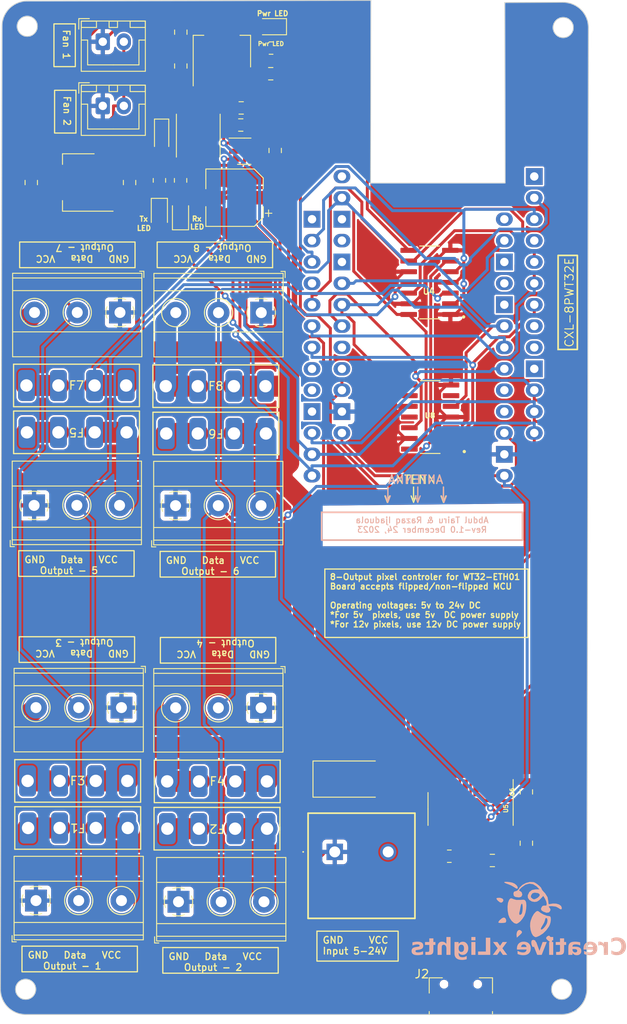
<source format=kicad_pcb>
(kicad_pcb (version 20221018) (generator pcbnew)
  (layers (0 "F.Cu" signal) (31 "B.Cu" signal) (34 "B.Paste" user) (35 "F.Paste" user) (36 "B.SilkS" user "B.Silkscreen") (37 "F.SilkS" user "F.Silkscreen") (38 "B.Mask" user) (39 "F.Mask" user) (44 "Edge.Cuts" user))
  (net 0 "")
  (net 1 "RPP")
  (net 2 "GND")
  (net 3 "Net-(U1-SW)")
  (net 4 "Net-(U1-BST)")
  (net 5 "VOUT")
  (net 6 "VIN")
  (net 7 "Net-(D2-K)")
  (net 8 "3V3")
  (net 9 "Net-(JST1-Pin_3)")
  (net 10 "Net-(JST2-Pin_3)")
  (net 12 "Net-(JST5-Pin_3)")
  (net 19 "3.3V")
  (net 20 "Port-1")
  (net 21 "Port-2")
  (net 22 "Net-(JST6-Pin_3)")
  (net 23 "Net-(JST3-Pin_3)")
  (net 27 "EN")
  (net 28 "Net-(JST7-Pin_3)")
  (net 29 "RxOut")
  (net 32 "Net-(D3-A)")
  (net 38 "TxOut")
  (net 43 "Net-(D4-A)")
  (net 44 "Net-(D5-A)")
  (net 45 "Net-(J2-D-)")
  (net 46 "Net-(J2-D+)")
  (net 48 "DTR")
  (net 49 "IO0")
  (net 57 "Net-(JST4-Pin_3)")
  (net 58 "Port-8")
  (net 59 "Port-5")
  (net 61 "Output-3")
  (net 62 "Output-4")
  (net 63 "Port-4")
  (net 64 "Port-3")
  (net 65 "Output-1")
  (net 66 "Output-2")
  (net 67 "F5V")
  (net 68 "Port-7")
  (net 69 "Port-6")
  (net 70 "Output-5")
  (net 71 "Output-6")
  (net 72 "Output-7")
  (net 73 "Output-8")
  (net 74 "Net-(JST8-Pin_3)")
  (footprint "Capacitor_SMD:C_0805_2012Metric_Pad1.18x1.45mm_HandSolder" (layer "F.Cu") (at 136.959597 128.184797 180)
    (fp_text reference "C12" hide)
    (fp_text value "1uF")
  )
  (footprint "MicroUSB:USB_Micro-B_Unknown_5s_SMT" (layer "F.Cu") (at 133.215697 142.736097)
    (fp_text reference "J2")
    (fp_text value "USB")
  )
  (footprint "TerminalBlock_Phoenix:TerminalBlock_Phoenix_MKDS-1,5-3-5.08_1x03_P5.08mm_Horizontal" (layer "F.Cu") (at 92.700597 63.064497 180)
    (fp_text reference "JST7" hide)
    (fp_text value "Output 7")
  )
  (footprint "TerminalBlock_Phoenix:TerminalBlock_Phoenix_MKDS-1,5-3-5.08_1x03_P5.08mm_Horizontal" (layer "F.Cu") (at 92.874997 110.015397 180)
    (fp_text reference "JST3" hide)
    (fp_text value "Output 3")
  )
  (footprint "Capacitor_SMD:C_0805_2012Metric_Pad1.18x1.45mm_HandSolder" (layer "F.Cu") (at 93.839597 47.623797 -90)
    (fp_text reference "C8" hide)
    (fp_text value "10uF")
  )
  (footprint "WT32-ETH-Fuse-Holder:MCCQ-122_MTC" (layer "F.Cu") (at 81.820897 118.726997)
    (fp_text reference "F3")
    (fp_text value "~")
  )
  (footprint "Capacitor_SMD:C_0805_2012Metric_Pad1.18x1.45mm_HandSolder" (layer "F.Cu") (at 141.002097 120.035297 90)
    (fp_text reference "C6")
    (fp_text value "100nF")
  )
  (footprint "TerminalBlock_Phoenix:TerminalBlock_Phoenix_MKDS-1,5-3-5.08_1x03_P5.08mm_Horizontal" (layer "F.Cu") (at 109.490997 63.081097 180)
    (fp_text reference "JST8" hide)
    (fp_text value "Output 8")
  )
  (footprint "Package_TO_SOT_SMD:SOT-223-3_TabPin2" (layer "F.Cu") (at 104.812097 32.035297 90)
    (fp_text reference "U7" hide)
    (fp_text value "AMS1117-3.3")
  )
  (footprint "LED_SMD:LED_0805_2012Metric_Pad1.15x1.40mm_HandSolder" (layer "F.Cu") (at 110.631097 29.103297 180)
    (fp_text reference "D2" hide)
    (fp_text value "Pwr LED")
  )
  (footprint "SN74HC125DR:SOIC127P600X175-14N" (layer "F.Cu") (at 129.572097 75.490397 180)
    (fp_text reference "U8")
    (fp_text value "SN74HC125DR")
  )
  (footprint "Connector_JST:JST_XH_B2B-XH-A_1x02_P2.50mm_Vertical" (layer "F.Cu") (at 90.655097 38.511197)
    (fp_text reference "J4" hide)
    (fp_text value "Fan 2")
  )
  (footprint "Capacitor_SMD:C_0805_2012Metric_Pad1.18x1.45mm_HandSolder" (layer "F.Cu") (at 99.928597 33.774797 90)
    (fp_text reference "C5" hide)
    (fp_text value "1uF")
  )
  (footprint "WT32-ETH-Fuse-Holder:MCCQ-122_MTC" (layer "F.Cu") (at 81.681697 71.736997)
    (fp_text reference "F7")
    (fp_text value "~")
  )
  (footprint "Diode_SMD:D_SOD-323_HandSoldering" (layer "F.Cu") (at 97.649597 42.091297 -90)
    (fp_text reference "D5" hide)
    (fp_text value "SS14")
  )
  (footprint "Package_TO_SOT_SMD:TSOT-23-6" (layer "F.Cu") (at 107.470597 43.901297)
    (fp_text reference "U1" hide)
    (fp_text value "AP63205WU")
  )
  (footprint "TerminalBlock_Phoenix:TerminalBlock_Phoenix_MKDS-1,5-3-5.08_1x03_P5.08mm_Horizontal" (layer "F.Cu") (at 109.473397 110.043197 180)
    (fp_text reference "JST4" hide)
    (fp_text value "Output 4")
  )
  (footprint "WT32-ETH-Fuse-Holder:MCCQ-122_MTC" (layer "F.Cu") (at 98.241997 71.820497)
    (fp_text reference "F8")
    (fp_text value "~")
  )
  (footprint "Capacitor_SMD:C_0805_2012Metric_Pad1.18x1.45mm_HandSolder" (layer "F.Cu") (at 141.002097 126.131297 90)
    (fp_text reference "C7" hide)
    (fp_text value "100nF")
  )
  (footprint "Capacitor_SMD:C_0805_2012Metric_Pad1.18x1.45mm_HandSolder" (layer "F.Cu") (at 82.155597 47.623797 -90)
    (fp_text reference "C9" hide)
    (fp_text value "22uF")
  )
  (footprint "WT32-ETH-Fuse-Holder:MCCQ-122_MTC" (layer "F.Cu") (at 98.408997 118.782597)
    (fp_text reference "F4")
    (fp_text value "~")
  )
  (footprint "TerminalBlock_Phoenix:TerminalBlock_Phoenix_MKDS-1,5-3-5.08_1x03_P5.08mm_Horizontal" (layer "F.Cu") (at 99.303197 86.014997)
    (fp_text reference "JST6" hide)
    (fp_text value "Output 6")
  )
  (footprint "Diode_SMD:D_SMB_Handsoldering" (layer "F.Cu") (at 120.349597 118.511297)
    (fp_text reference "D1" hide)
    (fp_text value "STR10100BF")
  )
  (footprint "Package_TO_SOT_SMD:SOT-223-3_TabPin2" (layer "F.Cu") (at 87.777597 47.616297 180)
    (fp_text reference "U6" hide)
    (fp_text value "AMS1117-3.3")
  )
  (footprint "SN74HC125DR:SOIC127P600X175-14N" (layer "F.Cu") (at 129.493597 59.490397 180)
    (fp_text reference "U4")
    (fp_text value "SN74HC125DR")
  )
  (footprint "WT32-ETH-Fuse-Holder:MCCQ-122_MTC" (layer "F.Cu") (at 93.526497 124.321297 180)
    (fp_text reference "F1")
    (fp_text value "~")
  )
  (footprint "Resistor_SMD:R_0805_2012Metric_Pad1.20x1.40mm_HandSolder" (layer "F.Cu") (at 131.842097 127.676797)
    (fp_text reference "R6" hide)
    (fp_text value "120")
  )
  (footprint "TerminalBlock_Phoenix:TerminalBlock_Phoenix_MKDS-1,5-3-5.08_1x03_P5.08mm_Horizontal" (layer "F.Cu") (at 82.492397 85.987197)
    (fp_text reference "JST5" hide)
    (fp_text value "Output 5")
  )
  (footprint "Capacitor_SMD:C_0805_2012Metric_Pad1.18x1.45mm_HandSolder" (layer "F.Cu") (at 111.148097 43.813797 90)
    (fp_text reference "C2" hide)
    (fp_text value "100nF")
  )
  (footprint "Package_SO:SOP-16_3.9x9.9mm_P1.27mm" (layer "F.Cu") (at 134.372097 122.061997 -90)
    (fp_text reference "U5")
    (fp_text value "CH340C")
  )
  (footprint "WT32-ETH-Fuse-Holder:MCCQ-122_MTC" (layer "F.Cu") (at 93.387397 77.303497 180)
    (fp_text reference "F5")
    (fp_text value "~")
  )
  (footprint "TerminalBlock_Phoenix:TerminalBlock_Phoenix_MKDS-1,5-3-5.08_1x03_P5.08mm_Horizontal" (layer "F.Cu") (at 99.655397 133.088497)
    (fp_text reference "JST2" hide)
    (fp_text value "Output 2" hide)
  )
  (footprint "Resistor_SMD:R_0805_2012Metric_Pad1.20x1.40mm_HandSolder" (layer "F.Cu") (at 110.656097 31.643297)
    (fp_text reference "R1" hide)
    (fp_text value "1K")
  )
  (footprint "Capacitor_SMD:C_0805_2012Metric_Pad1.18x1.45mm_HandSolder" (layer "F.Cu") (at 99.928597 29.753797 -90)
    (fp_text reference "C11" hide)
    (fp_text value "22uF")
  )
  (footprint "Capacitor_SMD:C_0805_2012Metric_Pad1.18x1.45mm_HandSolder" (layer "F.Cu") (at 107.105597 38.755297)
    (fp_text reference "C3" hide)
    (fp_text value "22uF")
  )
  (footprint "Resistor_SMD:R_0805_2012Metric_Pad1.20x1.40mm_HandSolder" (layer "F.Cu") (at 99.903697 47.363997 -90)
    (fp_text reference "R2" hide)
    (fp_text value "1K")
  )
  (footprint "Connector_JST:JST_XH_B2B-XH-A_1x02_P2.50mm_Vertical" (layer "F.Cu") (at 90.655097 30.891197)
    (fp_text reference "J3" hide)
    (fp_text value "Fan 1")
  )
  (footprint "Capacitor_SMD:C_0805_2012Metric_Pad1.18x1.45mm_HandSolder" (layer "F.Cu") (at 110.618597 34.691297)
    (fp_text reference "C10" hide)
    (fp_text value "10uF")
  )
  (footprint "Inductor_SMD:L_Taiyo-Yuden_MD-5050" (layer "F.Cu") (at 102.004097 42.049297 90)
    (fp_text reference "L1" hide)
    (fp_text value "4.7uH")
  )
  (footprint "WT32-ETH01:WT32_ETH01" (layer "F.Cu") (at 126.247497 86.251197 180)
    (fp_text reference "U3" hide)
    (fp_text value "WT32-ETH01")
  )
  (footprint "Capacitor_SMD:CP_Elec_6.3x5.4" (layer "F.Cu") (at 106.316097 49.423297 180)
    (fp_text reference "C1" hide)
    (fp_text value "100uF")
  )
  (footprint "WT32-ETH-Fuse-Holder:MCCQ-122_MTC" (layer "F.Cu") (at 109.947697 77.442597 180)
    (fp_text reference "F6")
    (fp_text value "~")
  )
  (footprint "LED_SMD:LED_0805_2012Metric_Pad1.15x1.40mm_HandSolder" (layer "F.Cu") (at 99.893797 51.379497 90)
    (fp_text reference "D3" hide)
    (fp_text value "Tx")
  )
  (footprint "Capacitor_SMD:C_0805_2012Metric_Pad1.18x1.45mm_HandSolder" (layer "F.Cu") (at 107.055297 40.787297)
    (fp_text reference "C4" hide)
    (fp_text value "22uF")
  )
  (footprint "Resistor_SMD:R_0805_2012Metric_Pad1.20x1.40mm_HandSolder" (layer "F.Cu") (at 97.388897 47.363997 -90)
    (fp_text reference "R3" hide)
    (fp_text value "1K")
  )
  (footprint "WT32-ETH-Fuse-Holder:MCCQ-122_MTC" (layer "F.Cu") (at 110.080197 124.404797 180)
    (fp_text reference "F2")
    (fp_text value "~")
  )
  (footprint "TerminalBlock_Phoenix:TerminalBlock_Phoenix_MKDS-1,5-3-5.08_1x03_P5.08mm_Horizontal" (layer "F.Cu") (at 82.714997 132.949297)
    (fp_text reference "JST1" hide)
    (fp_text value "Output 1" hide)
  )
  (footprint "LED_SMD:LED_0805_2012Metric_Pad1.15x1.40mm_HandSolder" (layer "F.Cu") (at 97.378997 51.361497 -90)
    (fp_text reference "D4" hide)
    (fp_text value "Rx" hide)
  )
  (footprint "SamacSys_Parts:1714955" (layer "F.Cu") (at 118.226797 127.161997)
    (fp_text reference "J1" hide)
    (fp_text value "4.5-28V Power Input" hide)
  )
  (footprint "LOGO" (layer "B.Cu") (at 141.316769 134.612 180)
    (fp_text reference "G***" hide)
    (fp_text value "LOGO" hide)
  )
  (footprint "WT32-ETH01:WT32_ETH01" (layer "B.Cu") (at 131.215697 81.171197)
    (fp_text reference "U2" hide)
    (fp_text value "WT32-ETH01")
  )
  (gr_line (start 122.480821 47.681312) (end 138.480821 47.681312) (stroke (width 0.1)) (layer "Edge.Cuts"))
  (gr_line (start 81.724801 26.050326) (end 122.530821 25.981312) (stroke (width 0.1)) (layer "Edge.Cuts"))
  (gr_line (start 81.488997 146.491043) (end 145.195441 146.489812) (stroke (width 0.1)) (layer "Edge.Cuts"))
  (gr_arc (start 148.195483 143.491043) (mid 147.316769 145.612) (end 145.195441 146.489812) (stroke (width 0.1)) (layer "Edge.Cuts"))
  (gr_circle (center 81.488997 143.491043) (end 82.688997 143.491043) (stroke (width 0.1)) (fill none) (layer "Edge.Cuts"))
  (gr_arc (start 145.430429 26.205028) (mid 147.528991 27.110437) (end 148.38082 29.231312) (stroke (width 0.1)) (layer "Edge.Cuts"))
  (gr_circle (center 81.679566 29.055312) (end 82.879566 29.055312) (stroke (width 0.1)) (fill none) (layer "Edge.Cuts"))
  (gr_line (start 138.480821 47.681312) (end 138.430821 26.231312) (stroke (width 0.1)) (layer "Edge.Cuts"))
  (gr_circle (center 145.380821 29.204735) (end 146.580821 29.204735) (stroke (width 0.1)) (fill none) (layer "Edge.Cuts"))
  (gr_line (start 138.430821 26.231312) (end 145.430429 26.205028) (stroke (width 0.1)) (layer "Edge.Cuts"))
  (gr_line (start 122.530821 25.981312) (end 122.480821 47.681312) (stroke (width 0.1)) (layer "Edge.Cuts"))
  (gr_arc (start 78.674336 29.031312) (mid 79.579072 26.905847) (end 81.724801 26.050326) (stroke (width 0.1)) (layer "Edge.Cuts"))
  (gr_line (start 148.195483 143.491043) (end 148.38082 29.231312) (stroke (width 0.1)) (layer "Edge.Cuts"))
  (gr_arc (start 81.488997 146.491043) (mid 79.349767 145.594315) (end 78.489428 143.440203) (stroke (width 0.1)) (layer "Edge.Cuts"))
  (gr_circle (center 145.196714 143.491043) (end 146.396714 143.491043) (stroke (width 0.1)) (fill none) (layer "Edge.Cuts"))
  (gr_line (start 78.674336 29.031312) (end 78.489428 143.440203) (stroke (width 0.1)) (layer "Edge.Cuts"))
  (gr_text "ANTENNA" (at 131.211071 83.508543) (layer "B.SilkS") (effects (font (size 1 1)) (justify left bottom mirror)))
  (gr_text "|" (at 125.115071 85.032543) (layer "B.SilkS") (effects (font (size 1 1)) (justify left bottom mirror)))
  (gr_text ">" (at 131.719071 84.524543 90) (layer "B.SilkS") (effects (font (size 1 1)) (justify left bottom mirror)))
  (gr_text ">" (at 128.60632 84.524543 90) (layer "B.SilkS") (effects (font (size 1 1)) (justify left bottom mirror)))
  (gr_text "|" (at 128.671071 85.032543) (layer "B.SilkS") (effects (font (size 1 1)) (justify left bottom mirror)))
  (gr_text ">" (at 125.05032 84.524543 90) (layer "B.SilkS") (effects (font (size 1 1)) (justify left bottom mirror)))
  (gr_text "|" (at 131.719071 85.032543) (layer "B.SilkS") (effects (font (size 1 1)) (justify left bottom mirror)))
  (gr_text "Creative xLights" (at 140.106479 139.740198) (layer "B.SilkS") (effects (font (size 2 2) (thickness 0.25) bold) (justify bottom mirror)))
  (gr_text ">" (at 123.970111 84.525312 -90) (layer "F.SilkS") (effects (font (size 1 1)) (justify left bottom)))
  (gr_text "ANTENNA" (at 124.478111 83.509312) (layer "F.SilkS") (effects (font (size 1 1)) (justify left bottom)))
  (gr_text "|" (at 123.970111 85.033312) (layer "F.SilkS") (effects (font (size 1 1)) (justify left bottom)))
  (gr_text ">" (at 130.638862 84.525312 -90) (layer "F.SilkS") (effects (font (size 1 1)) (justify left bottom)))
  (gr_text "Pwr LED" (at 108.90126 27.885645) (layer "F.SilkS") (effects (font (size 0.6 0.6)) (justify left bottom)))
  (gr_text "|" (at 130.574111 85.033312) (layer "F.SilkS") (effects (font (size 1 1)) (justify left bottom)))
  (gr_text "Rx" (at 101.179827 52.286369) (layer "F.SilkS") (effects (font (size 0.6 0.6) (thickness 0.15) bold) (justify left bottom)))
  (gr_text "|" (at 127.018111 85.033312) (layer "F.SilkS") (effects (font (size 1 1)) (justify left bottom)))
  (gr_text ">" (at 127.082862 84.525312 -90) (layer "F.SilkS") (effects (font (size 1 1)) (justify left bottom)))
  (gr_text "LED" (at 100.957168 53.239497) (layer "F.SilkS") (effects (font (size 0.6 0.6) (thickness 0.15) bold) (justify left bottom)))
  (gr_text "Tx" (at 94.945362 52.302863) (layer "F.SilkS") (effects (font (size 0.6 0.6) (thickness 0.15) bold) (justify left bottom)))
  (gr_text "LED" (at 94.631989 53.399667) (layer "F.SilkS") (effects (font (size 0.6 0.6) (thickness 0.15) bold) (justify left bottom)))
  (gr_text_box "Abdul Tairu & Razaq Ijaduola\nRev-1.0 December 24, 2023" (start 116.668862 86.811312) (end 140.544862 90.113312) (angle 360) (layer "B.SilkS") (effects (font (size 0.7 0.7) (thickness 0.125) bold) (justify top mirror)) (stroke (width 0.2)))
  (gr_text_box "8-Output pixel controler for WT32-ETH01\nBoard accepts flipped/non-flipped MCU\n\nOperating voltages: 5v to 24v DC\n*For 5v  pixels, use 5v  DC power supply\n*For 12v pixels, use 12v DC power supply" (start 117.048997 93.551276) (end 141.204397 101.679276) (layer "F.SilkS") (effects (font (size 0.7 0.7)) (justify left top)) (stroke (width 0.15)))
  (gr_text_box "GND   Data   VCC\n   Output - 7" (start 94.489323 57.737276) (end 80.773323 54.689276) (angle 1260) (layer "F.SilkS") (effects (font (size 0.8 0.8)) (justify left top)) (stroke (width 0.15)))
  (gr_text_box "GND   Data   VCC\n   Output - 4" (start 111.216618 104.727276) (end 97.500618 101.679276) (angle 1620) (layer "F.SilkS") (effects (font (size 0.8 0.8) (thickness 0.15) bold) (justify left top)) (stroke (width 0.15)))
  (gr_text_box "GND   Data   VCC\n   Output - 8" (start 110.838184 57.737276) (end 97.122184 54.689276) (angle 1260) (layer "F.SilkS") (effects (font (size 0.8 0.8) (thickness 0.15) bold) (justify left top)) (stroke (width 0.15)))
  (gr_text_box "Fan 1" (start 87.391357 28.770032) (end 84.851357 33.850032) (angle 1350) (layer "F.SilkS") (effects (font (size 0.8 0.8)) (justify left top)) (stroke (width 0.15)))
  (gr_text_box "GND     VCC\nInput 5-24V" (start 116.110063 136.584428) (end 125.762063 140.140428) (angle 2520) (layer "F.SilkS") (effects (font (size 0.8 0.8)) (justify left top)) (stroke (width 0.15)))
  (gr_text_box "GND   Data   VCC\n   Output - 2" (start 97.790163 138.529422) (end 111.506163 141.577422) (angle 2520) (layer "F.SilkS") (effects (font (size 0.8 0.8) (thickness 0.15) bold) (justify left top)) (stroke (width 0.15)))
  (gr_text_box "GND   Data   VCC\n   Output - 3" (start 94.433659 104.643779) (end 80.717659 101.595779) (angle 1620) (layer "F.SilkS") (effects (font (size 0.8 0.8)) (justify left top)) (stroke (width 0.15)))
  (gr_text_box "CXL-8PWT32E" (start 144.774821 67.457312) (end 147.060821 56.281312) (angle 1170) (layer "F.SilkS") (effects (font (size 1 1) (thickness 0.125) bold) (justify top)) (stroke (width 0.2)))
  (gr_text_box "GND   Data   VCC\n   Output - 6" (start 97.472785 91.455925) (end 111.188785 94.503925) (angle 1440) (layer "F.SilkS") (effects (font (size 0.8 0.8) (thickness 0.15) bold) (justify left top)) (stroke (width 0.15)))
  (gr_text_box "GND   Data   VCC\n   Output - 1" (start 81.051648 138.362428) (end 94.767648 141.410428) (angle 5040) (layer "F.SilkS") (effects (font (size 0.8 0.8)) (justify left top)) (stroke (width 0.15)))
  (gr_text_box "GND   Data   VCC\n   Output - 5" (start 80.661994 91.372428) (end 94.377994 94.420428) (angle 1080) (layer "F.SilkS") (effects (font (size 0.8 0.8)) (justify left top)) (stroke (width 0.15)))
  (gr_text_box "Fan 2" (start 87.467222 36.660039) (end 84.927222 41.740039) (angle 1350) (layer "F.SilkS") (effects (font (size 0.8 0.8)) (justify left top)) (stroke (width 0.15)))
  (segment (start 105.115997 44.851297) (end 105.067897 44.803197) (width 0.35) (layer "F.Cu") (net 1))
  (segment (start 111.968997 67.750197) (end 111.716797 67.750197) (width 2.5) (layer "F.Cu") (net 1))
  (segment (start 100.073097 77.442597) (end 101.947697 77.442597) (width 0.35) (layer "F.Cu") (net 1))
  (segment (start 91.556497 71.736997) (end 89.681697 71.736997) (width 0.35) (layer "F.Cu") (net 1))
  (segment (start 93.570897 116.628197) (end 93.570897 118.726997) (width 2.5) (layer "F.Cu") (net 1))
  (segment (start 83.651497 124.321197) (end 83.651597 124.321297) (width 0.35) (layer "F.Cu") (net 1))
  (segment (start 111.716797 67.750197) (end 111.716797 52.023997) (width 0.35) (layer "F.Cu") (net 1))
  (segment (start 100.072697 77.442197) (end 100.073097 77.442597) (width 0.35) (layer "F.Cu") (net 1))
  (segment (start 98.197697 77.442597) (end 98.197697 77.442197) (width 2.5) (layer "F.Cu") (net 1))
  (segment (start 85.387397 77.303497) (end 85.387397 77.303197) (width 0.35) (layer "F.Cu") (net 1))
  (segment (start 112.747697 71.560197) (end 112.487597 71.820197) (width 2.5) (layer "F.Cu") (net 1))
  (segment (start 100.072697 77.442197) (end 101.947697 77.442197) (width 2.5) (layer "F.Cu") (net 1))
  (segment (start 91.556697 71.737197) (end 91.556497 71.736997) (width 0.35) (layer "F.Cu") (net 1))
  (segment (start 117.048997 114.740197) (end 109.428997 114.740197) (width 2.5) (layer "F.Cu") (net 1))
  (segment (start 108.283997 118.782197) (end 108.283597 118.782597) (width 0.35) (layer "F.Cu") (net 1))
  (segment (start 99.268997 81.720197) (end 98.197697 80.649197) (width 2.5) (layer "F.Cu") (net 1))
  (segment (start 109.428997 114.740197) (end 95.458997 114.740197) (width 2.5) (layer "F.Cu") (net 1))
  (segment (start 81.637397 77.303497) (end 81.637397 77.303197) (width 2.5) (layer "F.Cu") (net 1))
  (segment (start 95.458997 114.740197) (end 93.570897 116.628197) (width 2.5) (layer "F.Cu") (net 1))
  (segment (start 108.116997 71.820197) (end 108.116697 71.820497) (width 0.35) (layer "F.Cu") (net 1))
  (segment (start 82.758997 128.710197) (end 81.776497 127.728197) (width 2.5) (layer "F.Cu") (net 1))
  (segment (start 83.651497 124.321197) (end 85.526497 124.321197) (width 2.5) (layer "F.Cu") (net 1))
  (segment (start 97.998997 128.710197) (end 98.330197 128.379197) (width 2.5) (layer "F.Cu") (net 1))
  (segment (start 117.048997 114.740197) (end 114.508997 112.200197) (width 2.5) (layer "F.Cu") (net 1))
  (segment (start 91.695897 118.727197) (end 89.820897 118.727197) (width 2.5) (layer "F.Cu") (net 1))
  (segment (start 111.716797 67.750197) (end 95.458997 67.750197) (width 2.5) (layer "F.Cu") (net 1))
  (segment (start 98.330197 124.404797) (end 98.330197 124.405197) (width 0.35) (layer "F.Cu") (net 1))
  (segment (start 116.098797 118.511197) (end 117.649597 118.511197) (width 2.5) (layer "F.Cu") (net 1))
  (segment (start 93.431697 71.736997) (end 93.431697 71.737197) (width 2.5) (layer "F.Cu") (net 1))
  (segment (start 110.158997 118.782597) (end 110.158997 118.782197) (width 0.35) (layer "F.Cu") (net 1))
  (segment (start 106.408997 118.782197) (end 108.283997 118.782197) (width 2.5) (layer "F.Cu") (net 1))
  (segment (start 92.569597 45.316297) (end 93.839597 46.586297) (width 0.35) (layer "F.Cu") (net 1))
  (segment (start 83.651597 124.321297) (end 85.526497 124.321297) (width 0.35) (layer "F.Cu") (net 1))
  (segment (start 93.570897 118.726997) (end 93.570897 118.727197) (width 2.5) (layer "F.Cu") (net 1))
  (segment (start 106.333097 44.851297) (end 105.115997 44.851297) (width 0.35) (layer "F.Cu") (net 1))
  (segment (start 98.330197 128.379197) (end 98.330197 124.405197) (width 2.5) (layer "F.Cu") (net 1))
  (segment (start 111.968997 82.990197) (end 111.968997 81.720197) (width 2.5) (layer "F.Cu") (net 1))
  (segment (start 106.333097 44.851297) (end 106.333097 43.901297) (width 0.35) (layer "F.Cu") (net 1))
  (segment (start 102.080197 124.404797) (end 102.080197 124.405197) (width 0.35) (layer "F.Cu") (net 1))
  (segment (start 97.998997 128.710197) (end 113.238997 128.710197) (width 2.5) (layer "F.Cu") (net 1))
  (segment (start 98.197697 77.442197) (end 100.072697 77.442197) (width 2.5) (layer "F.Cu") (net 1))
  (segment (start 91.556697 71.737197) (end 89.681697 71.737197) (width 2.5) (layer "F.Cu") (net 1))
  (segment (start 98.330197 124.405197) (end 102.080197 124.405197) (width 2.5) (layer "F.Cu") (net 1))
  (segment (start 90.927597 45.316297) (end 92.569597 45.316297) (width 0.35) (layer "F.Cu") (net 1))
  (segment (start 112.747697 80.942197) (end 112.747697 71.560197) (width 2.5) (layer "F.Cu") (net 1))
  (segment (start 110.158997 115.470197) (end 109.428997 114.740197) (width 2.5) (layer "F.Cu") (net 1))
  (segment (start 116.098897 118.511297) (end 117.649597 118.511297) (width 0.35) (layer "F.Cu") (net 1))
  (segment (start 108.283997 118.782197) (end 110.158997 118.782197) (width 2.5) (layer "F.Cu") (net 1))
  (segment (start 114.508997 112.200197) (end 114.508997 85.530197) (width 2.5) (layer "F.Cu") (net 1))
  (segment (start 112.747697 71.560197) (end 112.747697 68.529197) (width 2.5) (layer "F.Cu") (net 1))
  (segment (start 109.991997 71.820497) (end 109.991997 71.820197) (width 0.35) (layer "F.Cu") (net 1))
  (segment (start 93.839597 46.586297) (end 95.458997 48.205697) (width 0.35) (layer "F.Cu") (net 1))
  (segment (start 91.695697 118.726997) (end 89.820897 118.726997) (width 0.35) (layer "F.Cu") (net 1))
  (segment (start 109.991997 71.820197) (end 108.116997 71.820197) (width 2.5) (layer "F.Cu") (net 1))
  (segment (start 82.758997 81.720197) (end 81.637397 80.599197) (width 2.5) (layer "F.Cu") (net 1))
  (segment (start 112.487597 71.820197) (end 109.991997 71.820197) (width 2.5) (layer "F.Cu") (net 1))
  (segment (start 114.548097 118.511197) (end 116.098797 118.511197) (width 2.5) (layer "F.Cu") (net 1))
  (segment (start 95.458997 48.205697) (end 95.458997 67.750197) (width 0.35) (layer "F.Cu") (net 1))
  (segment (start 93.431697 69.778197) (end 93.431697 71.736997) (width 2.5) (layer "F.Cu") (net 1))
  (segment (start 113.238997 128.710197) (end 114.508997 127.440197) (width 2.5) (layer "F.Cu") (net 1))
  (segment (start 110.158997 118.782197) (end 110.158997 115.470197) (width 2.5) (layer "F.Cu") (net 1))
  (segment (start 108.116697 71.820497) (end 106.241997 71.820497) (width 0.35) (layer "F.Cu") (net 1))
  (segment (start 116.098797 118.511197) (end 116.098897 118.511297) (width 0.35) (layer "F.Cu") (net 1))
  (segment (start 93.431697 71.737197) (end 91.556697 71.737197) (width 2.5) (layer "F.Cu") (net 1))
  (segment (start 117.649597 115.341197) (end 117.048997 114.740197) (width 2.5) (layer "F.Cu") (net 1))
  (segment (start 81.776497 124.321297) (end 81.776497 124.321197) (width 2.5) (layer "F.Cu") (net 1))
  (segment (start 111.716797 52.023997) (end 109.116097 49.423297) (width 0.35) (layer "F.Cu") (net 1))
  (segment (start 112.747697 68.529197) (end 111.968997 67.750197) (width 2.5) (layer "F.Cu") (net 1))
  (segment (start 81.776497 127.728197) (end 81.776497 124.321297) (width 2.5) (layer "F.Cu") (net 1))
  (segment (start 114.508997 85.530197) (end 111.968997 82.990197) (width 2.5) (layer "F.Cu") (net 1))
  (segment (start 114.508997 118.550197) (end 114.548097 118.511197) (width 2.5) (layer "F.Cu") (net 1))
  (segment (start 95.458997 67.750197) (end 93.431697 69.778197) (width 2.5) (layer "F.Cu") (net 1))
  (segment (start 98.197697 80.649197) (end 98.197697 77.442597) (width 2.5) (layer "F.Cu") (net 1))
  (segment (start 97.998997 128.710197) (end 82.758997 128.710197) (width 2.5) (layer "F.Cu") (net 1))
  (segment (start 108.283597 118.782597) (end 106.408997 118.782597) (width 0.35) (layer "F.Cu") (net 1))
  (segment (start 108.116997 71.820197) (end 106.241997 71.820197) (width 2.5) (layer "F.Cu") (net 1))
  (segment (start 81.637397 80.599197) (end 81.637397 77.303497) (width 2.5) (layer "F.Cu") (net 1))
  (segment (start 99.268997 81.720197) (end 82.758997 81.720197) (width 2.5) (layer "F.Cu") (net 1))
  (segment (start 111.968997 81.720197) (end 112.747697 80.942197) (width 2.5) (layer "F.Cu") (net 1))
  (segment (start 117.649597 118.511197) (end 117.649597 115.341197) (width 2.5) (layer "F.Cu") (net 1))
  (segment (start 114.508997 127.440197) (end 114.508997 118.550197) (width 2.5) (layer "F.Cu") (net 1))
  (segment (start 81.776497 124.321197) (end 83.651497 124.321197) (width 2.5) (layer "F.Cu") (net 1))
  (segment (start 81.637397 77.303197) (end 85.387397 77.303197) (width 2.5) (layer "F.Cu") (net 1))
  (segment (start 91.695897 118.727197) (end 91.695697 118.726997) (width 0.35) (layer "F.Cu") (net 1))
  (segment (start 93.570897 118.727197) (end 91.695897 118.727197) (width 2.5) (layer "F.Cu") (net 1))
  (segment (start 111.968997 81.720197) (end 99.268997 81.720197) (width 2.5) (layer "F.Cu") (net 1))
  (via (at 105.067897 44.803197) (size 0.8) (drill 0.4) (layers "F.Cu" "B.Cu") (net 1))
  (segment (start 105.067897 54.196197) (end 105.067897 44.803197) (width 0.35) (layer "B.Cu") (net 1))
  (segment (start 89.681697 71.736997) (end 89.681697 69.582397) (width 0.35) (layer "B.Cu") (net 1))
  (segment (start 89.681697 69.582397) (end 105.067897 54.196197) (width 0.35) (layer "B.Cu") (net 1))
  (segment (start 112.878497 131.413197) (end 103.005997 131.413197) (width 0.35) (layer "F.Cu") (net 2))
  (segment (start 129.007897 58.116497) (end 129.007897 60.538497) (width 0.35) (layer "F.Cu") (net 2))
  (segment (start 119.079597 74.841497) (end 120.454897 74.841497) (width 0.35) (layer "F.Cu") (net 2))
  (segment (start 99.655397 133.088497) (end 97.980097 133.088497) (width 0.35) (layer "F.Cu") (net 2))
  (segment (start 131.968597 55.680397) (end 131.443997 55.680397) (width 0.35) (layer "F.Cu") (net 2))
  (segment (start 134.351097 61.472997) (end 134.351097 59.240097) (width 0.35) (layer "F.Cu") (net 2))
  (segment (start 118.226797 127.161997) (end 116.876497 127.161997) (width 0.35) (layer "F.Cu") (net 2))
  (segment (start 120.454897 74.841497) (end 125.736397 74.841497) (width 0.35) (layer "F.Cu") (net 2))
  (segment (start 130.686397 78.553297) (end 130.686397 76.347197) (width 0.35) (layer "F.Cu") (net 2))
  (segment (start 132.015697 145.036097) (end 129.265697 145.036097) (width 0.35) (layer "F.Cu") (net 2))
  (segment (start 126.473497 58.220397) (end 127.018597 58.220397) (width 0.35) (layer "F.Cu") (net 2))
  (segment (start 126.586697 78.030397) (end 125.736397 78.880697) (width 0.35) (layer "F.Cu") (net 2))
  (segment (start 82.492397 85.987197) (end 84.167697 85.987197) (width 0.35) (layer "F.Cu") (net 2))
  (segment (start 142.109797 123.986097) (end 141.002097 125.093797) (width 0.35) (layer "F.Cu") (net 2))
  (segment (start 99.400297 27.500697) (end 98.649597 28.251397) (width 0.35) (layer "F.Cu") (net 2))
  (segment (start 99.303197 86.014997) (end 99.303197 87.690297) (width 0.35) (layer "F.Cu") (net 2))
  (segment (start 132.523697 63.300397) (end 134.351097 61.472997) (width 0.35) (layer "F.Cu") (net 2))
  (segment (start 92.874997 110.015397) (end 94.550297 110.015397) (width 0.35) (layer "F.Cu") (net 2))
  (segment (start 133.763597 55.680397) (end 131.968597 55.680397) (width 0.35) (layer "F.Cu") (net 2))
  (segment (start 102.512097 35.185297) (end 102.512097 33.809997) (width 0.35) (layer "F.Cu") (net 2))
  (segment (start 134.515697 141.498397) (end 134.515697 141.743997) (width 0.35) (layer "F.Cu") (net 2))
  (segment (start 90.927597 49.916297) (end 90.927597 49.903997) (width 0.35) (layer "F.Cu") (net 2))
  (segment (start 134.378097 56.294897) (end 133.763597 55.680397) (width 0.35) (layer "F.Cu") (net 2))
  (segment (start 142.103497 126.195197) (end 141.002097 125.093797) (width 0.35) (layer "F.Cu") (net 2))
  (segment (start 99.928597 30.791297) (end 99.928597 32.737297) (width 0.35) (layer "F.Cu") (net 2))
  (segment (start 130.686397 72.518997) (end 130.686397 74.633597) (width 0.35) (layer "F.Cu") (net 2))
  (segment (start 90.655097 38.511197) (end 90.655097 30.891197) (width 0.35) (layer "F.Cu") (net 2))
  (segment (start 131.842097 126.915597) (end 132.185297 126.572397) (width 0.35) (layer "F.Cu") (net 2))
  (segment (start 101.439397 32.737297) (end 99.928597 32.737297) (width 0.35) (layer "F.Cu") (net 2))
  (segment (start 108.143097 38.755297) (end 108.143097 40.736997) (width 0.35) (layer "F.Cu") (net 2))
  (segment (start 92.700597 50.007697) (end 92.596897 49.903997) (width 0.35) (layer "F.Cu") (net 2))
  (segment (start 107.676397 28.264797) (end 106.912297 27.500697) (width 0.35) (layer "F.Cu") (net 2))
  (segment (start 89.903997 91.723497) (end 92.874997 91.723497) (width 0.35) (layer "F.Cu") (net 2))
  (segment (start 126.041097 80.011197) (end 129.228497 80.011197) (width 0.35) (layer "F.Cu") (net 2))
  (segment (start 95.269997 91.723497) (end 99.303197 87.690297) (width 0.35) (layer "F.Cu") (net 2))
  (segment (start 81.025597 47.531297) (end 82.155597 48.661297) (width 0.35) (layer "F.Cu") (net 2))
  (segment (start 108.608097 45.539897) (end 108.608097 44.851297) (width 0.35) (layer "F.Cu") (net 2))
  (segment (start 142.109797 120.105497) (end 142.109797 123.986097) (width 0.35) (layer "F.Cu") (net 2))
  (segment (start 98.649597 29.512297) (end 99.928597 30.791297) (width 0.35) (layer "F.Cu") (net 2))
  (segment (start 129.007897 60.538497) (end 127.515997 62.030397) (width 0.35) (layer "F.Cu") (net 2))
  (segment (start 134.351097 59.240097) (end 133.992497 58.881497) (width 0.35) (layer "F.Cu") (net 2))
  (segment (start 131.968597 71.601897) (end 131.968597 63.300397) (width 0.35) (layer "F.Cu") (net 2))
  (segment (start 112.257297 42.168897) (end 110.825397 40.736997) (width 0.35) (layer "F.Cu") (net 2))
  (segment (start 135.350597 141.743997) (end 137.165697 143.559097) (width 0.35) (layer "F.Cu") (net 2))
  (segment (start 116.876497 127.161997) (end 116.876497 127.415197) (width 0.35) (layer "F.Cu") (net 2))
  (segment (start 131.968597 63.300397) (end 132.523697 63.300397) (width 0.35) (layer "F.Cu") (net 2))
  (segment (start 108.893597 45.825397) (end 111.896097 45.825397) (width 0.35) (layer "F.Cu") (net 2))
  (segment (start 125.736397 74.841497) (end 125.736397 77.180097) (width 0.35) (layer "F.Cu") (net 2))
  (segment (start 92.874997 91.723497) (end 92.874997 108.340097) (width 0.35) (layer "F.Cu") (net 2))
  (segment (start 112.257297 45.464197) (end 112.257297 42.168897) (width 0.35) (layer "F.Cu") (net 2))
  (segment (start 109.656097 31.643297) (end 109.656097 32.691297) (width 0.35) (layer "F.Cu") (net 2))
  (segment (start 92.596897 49.903997) (end 93.839597 48.661297) (width 0.35) (layer "F.Cu") (net 2))
  (segment (start 131.603497 71.601897) (end 130.686397 72.518997) (width 0.35) (layer "F.Cu") (net 2))
  (segment (start 104.120397 50.027597) (end 103.516097 49.423297) (width 0.35) (layer "F.Cu") (net 2))
  (segment (start 106.912297 27.500697) (end 99.400297 27.500697) (width 0.35) (layer "F.Cu") (net 2))
  (segment (start 109.656097 32.691297) (end 111.656097 34.691297) (width 0.35) (layer "F.Cu") (net 2))
  (segment (start 134.515697 131.127897) (end 131.842097 128.454297) (width 0.35) (layer "F.Cu") (net 2))
  (segment (start 92.874997 91.723497) (end 95.269997 91.723497) (width 0.35) (layer "F.Cu") (net 2))
  (segment (start 142.103497 127.767897) (end 142.103497 126.195197) (width 0.35) (layer "F.Cu") (net 2))
  (segment (start 133.992497 58.881497) (end 133.214597 58.881497) (width 0.35) (layer "F.Cu") (net 2))
  (segment (start 88.471997 38.511197) (end 81.025597 45.957597) (width 0.35) (layer "F.Cu") (net 2))
  (segment (start 92.700597 63.064497) (end 92.700597 50.007697) (width 0.35) (layer "F.Cu") (net 2))
  (segment (start 83.385997 49.891697) (end 90.927597 49.891697) (width 0.35) (layer "F.Cu") (net 2))
  (segment (start 125.736397 79.706497) (end 126.041097 80.011197) (width 0.35) (layer "F.Cu") (net 2))
  (segment (start 131.968597 71.601897) (end 131.603497 71.601897) (width 0.35) (layer "F.Cu") (net 2))
  (segment (start 90.655097 30.891197) (end 92.033997 29.512297) (width 0.35) (layer "F.Cu") (net 2))
  (segment (start 126.357497 74.220397) (end 127.097097 74.220397) (width 0.35) (layer "F.Cu") (net 2))
  (segment (start 106.080097 111.761197) (end 96.296097 111.761197) (width 0.35) (layer "F.Cu") (net 2))
  (segment (start 132.047097 79.300397) (end 131.433497 79.300397) (width 0.35) (layer "F.Cu") (net 2))
  (segment (start 108.143097 40.736997) (end 108.092797 40.787297) (width 0.35) (layer "F.Cu") (net 2))
  (segment (start 125.736397 74.841497) (end 126.357497 74.220397) (width 0.35) (layer "F.Cu") (net 2))
  (segment (start 96.443997 134.624597) (end 86.065597 134.624597) (width 0.35) (layer "F.Cu") (net 2))
  (segment (start 134.415697 145.036097) (end 137.165697 145.036097) (width 0.35) (layer "F.Cu") (net 2))
  (segment (start 131.433497 79.300397) (end 130.686397 78.553297) (width 0.35) (layer "F.Cu") (net 2))
  (segment (start 92.874997 110.015397) (end 92.874997 108.340097) (width 0.35) (layer "F.Cu") (net 2))
  (segment (start 90.927597 49.903997) (end 92.596897 49.903997) (width 0.35) (layer "F.Cu") (net 2))
  (segment (start 131.443997 55.680397) (end 129.007897 58.116497) (width 0.35) (layer "F.Cu") (net 2))
  (segment (start 99.655397 133.088497) (end 101.330697 133.088497) (width 0.35) (layer "F.Cu") (net 2))
  (segment (start 82.155597 48.661297) (end 83.385997 49.891697) (width 0.35) (layer "F.Cu") (net 2))
  (segment (start 90.927597 49.903997) (end 90.927597 49.891697) (width 0.35) (layer "F.Cu") (net 2))
  (segment (start 140.553797 129.317597) (end 142.103497 127.767897) (width 0.35) (layer "F.Cu") (net 2))
  (segment (start 129.228497 80.011197) (end 130.686397 78.553297) (width 0.35) (layer "F.Cu") (net 2))
  (segment (start 111.896097 45.825397) (end 112.257297 45.464197) (width 0.35) (layer "F.Cu") (net 2))
  (segment (start 132.047097 71.680397) (end 131.968597 71.601897) (width 0.35) (layer "F.Cu") (net 2))
  (segment (start 92.033997 29.512297) (end 98.649597 29.512297) (width 0.35) (layer "F.Cu") (net 2))
  (segment (start 124.605397 60.088497) (end 126.473497 58.220397) (width 0.35) (layer "F.Cu") (net 2))
  (segment (start 102.512097 33.809997) (end 101.439397 32.737297) (width 0.35) (layer "F.Cu") (net 2))
  (segment (start 98.649597 28.251397) (end 98.649597 29.512297) (width 0.35) (layer "F.Cu") (net 2))
  (segment (start 134.309697 126.572397) (end 135.922097 128.184797) (width 0.35) (layer "F.Cu") (net 2))
  (segment (start 96.296097 111.761197) (end 94.550297 110.015397) (width 0.35) (layer "F.Cu") (net 2))
  (segment (start 86.065597 134.624597) (end 84.390297 132.949297) (width 0.35) (layer "F.Cu") (net 2))
  (segment (start 103.005997 131.413197) (end 101.330697 133.088497) (width 0.35) (layer "F.Cu") (net 2))
  (segment (start 84.167697 85.987197) (end 89.903997 91.723497) (width 0.35) (layer "F.Cu") (net 2))
  (segment (start 109.473397 110.043197) (end 107.798097 110.043197) (width 0.35) (layer "F.Cu") (net 2))
  (segment (start 135.922097 128.184797) (end 137.054897 129.317597) (width 0.35) (layer "F.Cu") (net 2))
  (segment (start 114.923297 129.368397) (end 112.878497 131.413197) (width 0.35) (layer "F.Cu") (net 2))
  (segment (start 132.605697 59.490397) (end 131.968597 59.490397) (width 0.35) (layer "F.Cu") (net 2))
  (segment (start 133.992497 58.881497) (end 134.378097 58.495897) (width 0.35) (layer "F.Cu") (net 2))
  (segment (start 110.825397 40.736997) (end 108.143097 40.736997) (width 0.35) (layer "F.Cu") (net 2))
  (segment (start 130.686397 74.633597) (end 131.543197 75.490397) (width 0.35) (layer "F.Cu") (net 2))
  (segment (start 125.736397 78.880697) (end 125.736397 79.706497) (width 0.35) (layer "F.Cu") (net 2))
  (segment (start 132.668197 79.921497) (end 138.383597 79.921497) (width 0.35) (layer "F.Cu") (net 2))
  (segment (start 137.054897 129.317597) (end 140.553797 129.317597) (width 0.35) (layer "F.Cu") (net 2))
  (segment (start 134.515697 141.498397) (end 134.515697 140.860797) (width 0.35) (layer "F.Cu") (net 2))
  (segment (start 109.656097 31.643297) (end 107.676397 29.663597) (width 0.35) (layer "F.Cu") (net 2))
  (segment (start 141.002097 118.997797) (end 142.109797 120.105497) (width 0.35) (layer "F.Cu") (net 2))
  (segment (start 107.798097 110.043197) (end 106.080097 111.761197) (width 0.35) (layer "F.Cu") (net 2))
  (segment (start 107.676397 29.663597) (end 107.676397 28.264797) (width 0.35) (layer "F.Cu") (net 2))
  (segment (start 129.265697 145.036097) (end 129.265697 143.710797) (width 0.35) (layer "F.Cu") (net 2))
  (segment (start 111.656097 35.242297) (end 111.656097 34.691297) (width 0.35) (layer "F.Cu") (net 2))
  (segment (start 134.515697 140.860797) (end 134.515697 131.127897) (width 0.35) (layer "F.Cu") (net 2))
  (segment (start 108.608097 45.539897) (end 108.893597 45.825397) (width 0.35) (layer "F.Cu") (net 2))
  (segment (start 116.876497 127.415197) (end 114.923297 129.368397) (width 0.35) (layer "F.Cu") (net 2))
  (segment (start 132.047097 79.300397) (end 132.668197 79.921497) (width 0.35) (layer "F.Cu") (net 2))
  (segment (start 109.490997 55.398197) (end 104.120397 50.027597) (width 0.35) (layer "F.Cu") (net 2))
  (segment (start 109.490997 63.081097) (end 109.490997 55.398197) (width 0.35) (layer "F.Cu") (net 2))
  (segment (start 125.151297 62.030397) (end 124.605397 61.484497) (width 0.35) (layer "F.Cu") (net 2))
  (segment (start 134.515697 141.743997) (end 135.350597 141.743997) (width 0.35) (layer "F.Cu") (net 2))
  (segment (start 138.817097 119.561997) (end 139.381297 118.997797) (width 0.35) (layer "F.Cu") (net 2))
  (segment (start 108.143097 38.755297) (end 111.656097 35.242297) (width 0.35) (layer "F.Cu") (net 2))
  (segment (start 134.515697 142.136097) (end 134.515697 141.743997) (width 0.35) (layer "F.Cu") (net 2))
  (segment (start 127.515997 62.030397) (end 127.018597 62.030397) (width 0.35) (layer "F.Cu") (net 2))
  (segment (start 114.923297 129.368397) (end 129.265697 143.710797) (width 0.35) (layer "F.Cu") (net 2))
  (segment (start 130.686397 76.347197) (end 131.543197 75.490397) (width 0.35) (layer "F.Cu") (net 2))
  (segment (start 82.714997 132.949297) (end 84.390297 132.949297) (width 0.35) (layer "F.Cu") (net 2))
  (segment (start 124.605397 61.484497) (end 124.605397 60.088497) (width 0.35) (layer "F.Cu") (net 2))
  (segment (start 97.980097 133.088497) (end 96.443997 134.624597) (width 0.35) (layer "F.Cu") (net 2))
  (segment (start 131.543197 75.490397) (end 132.047097 75.490397) (width 0.35) (layer "F.Cu") (net 2))
  (segment (start 131.842097 128.454297) (end 131.842097 126.915597) (width 0.35) (layer "F.Cu") (net 2))
  (segment (start 133.214597 58.881497) (end 132.605697 59.490397) (width 0.35) (layer "F.Cu") (net 2))
  (segment (start 126.586697 78.030397) (end 127.097097 78.030397) (width 0.35) (layer "F.Cu") (net 2))
  (segment (start 90.655097 38.511197) (end 88.471997 38.511197) (width 0.35) (layer "F.Cu") (net 2))
  (segment (start 104.120397 50.027597) (end 108.608097 45.539897) (width 0.35) (layer "F.Cu") (net 2))
  (segment (start 81.025597 45.957597) (end 81.025597 47.531297) (width 0.35) (layer "F.Cu") (net 2))
  (segment (start 139.381297 118.997797) (end 141.002097 118.997797) (width 0.35) (layer "F.Cu") (net 2))
  (segment (start 125.736397 77.180097) (end 126.586697 78.030397) (width 0.35) (layer "F.Cu") (net 2))
  (segment (start 127.018597 62.030397) (end 125.151297 62.030397) (width 0.35) (layer "F.Cu") (net 2))
  (segment (start 132.185297 126.572397) (end 134.309697 126.572397) (width 0.35) (layer "F.Cu") (net 2))
  (segment (start 137.165697 143.559097) (end 137.165697 145.036097) (width 0.35) (layer "F.Cu") (net 2))
  (segment (start 134.378097 58.495897) (end 134.378097 56.294897) (width 0.35) (layer "F.Cu") (net 2))
  (segment (start 132.015697 145.036097) (end 134.415697 145.036097) (width 0.35) (layer "F.Cu") (net 2))
  (segment (start 82.492397 85.987197) (end 82.492397 84.311897) (width 0.35) (layer "B.Cu") (net 2))
  (segment (start 109.473397 110.043197) (end 109.473397 111.718497) (width 0.35) (layer "B.Cu") (net 2))
  (segment (start 92.700597 64.739797) (end 87.731997 69.708397) (width 0.35) (layer "B.Cu") (net 2))
  (segment (start 119.079597 74.841497) (end 117.206997 72.968897) (width 0.35) (layer "B.Cu") (net 2))
  (segment (start 117.206997 72.968897) (end 117.206997 72.121197) (width 0.35) (layer "B.Cu") (net 2))
  (segment (start 117.206997 72.121197) (end 116.117297 71.031497) (width 0.35) (layer "B.Cu") (net 2))
  (segment (start 118.226797 120.471897) (end 118.226797 127.161997) (width 0.35) (layer "B.Cu") (net 2))
  (segment (start 92.700597 63.064497) (end 92.700597 64.739797) (width 0.35) (layer "B.Cu") (net 2))
  (segment (start 109.473397 111.718497) (end 118.226797 120.471897) (width 0.35) (layer "B.Cu") (net 2))
  (segment (start 87.731997 79.072297) (end 82.492397 84.311897) (width 0.35) (layer "B.Cu") (net 2))
  (segment (start 87.731997 69.708397) (end 87.731997 79.072297) (width 0.35) (layer "B.Cu") (net 2))
  (segment (start 109.490997 65.602697) (end 109.490997 63.081097) (width 0.35) (layer "B.Cu") (net 2))
  (segment (start 116.117297 71.031497) (end 114.919797 71.031497) (width 0.35) (layer "B.Cu") (net 2))
  (segment (start 114.919797 71.031497) (end 109.490997 65.602697) (width 0.35) (layer "B.Cu") (net 2))
  (segment (start 108.608097 43.901297) (end 110.198097 43.901297) (width 0.35) (layer "F.Cu") (net 3))
  (segment (start 107.506997 45.119697) (end 107.506997 44.485497) (width 0.35) (layer "F.Cu") (net 3))
  (segment (start 107.046897 45.579797) (end 107.506997 45.119697) (width 0.35) (layer "F.Cu") (net 3))
  (segment (start 102.609297 45.579797) (end 107.046897 45.579797) (width 0.35) (layer "F.Cu") (net 3))
  (segment (start 110.198097 43.901297) (end 111.148097 44.851297) (width 0.35) (layer "F.Cu") (net 3))
  (segment (start 102.004097 43.849297) (end 102.004097 44.974597) (width 0.35) (layer "F.Cu") (net 3))
  (segment (start 102.004097 44.974597) (end 102.609297 45.579797) (width 0.35) (layer "F.Cu") (net 3))
  (segment (start 108.091197 43.901297) (end 108.608097 43.901297) (width 0.35) (layer "F.Cu") (net 3))
  (segment (start 107.506997 44.485497) (end 108.091197 43.901297) (width 0.35) (layer "F.Cu") (net 3))
  (segment (start 108.783097 42.776297) (end 111.148097 42.776297) (width 0.35) (layer "F.Cu") (net 4))
  (segment (start 108.608097 42.951297) (end 108.783097 42.776297) (width 0.35) (layer "F.Cu") (net 4))
  (segment (start 120.482797 50.844697) (end 120.482797 58.166397) (width 0.35) (layer "F.Cu") (net 5))
  (segment (start 105.017397 40.787297) (end 105.019397 40.787297) (width 0.35) (layer "F.Cu") (net 5))
  (segment (start 98.936797 40.841297) (end 97.649597 40.841297) (width 0.35) (layer "F.Cu") (net 5))
  (segment (start 104.479397 40.249297) (end 105.017397 40.787297) (width 0.35) (layer "F.Cu") (net 5))
  (segment (start 102.004097 40.249297) (end 100.595397 40.249297) (width 0.35) (layer "F.Cu") (net 5))
  (segment (start 100.595397 40.249297) (end 99.528797 40.249297) (width 0.35) (layer "F.Cu") (net 5))
  (segment (start 127.590797 79.300397) (end 127.097097 79.300397) (width 0.35) (layer "F.Cu") (net 5))
  (segment (start 105.019397 42.929397) (end 106.311197 42.929397) (width 0.35) (layer "F.Cu") (net 5))
  (segment (start 119.079597 49.441497) (end 120.482797 50.844697) (width 0.35) (layer "F.Cu") (net 5))
  (segment (start 107.112097 35.185297) (end 109.087097 35.185297) (width 0.35) (layer "F.Cu") (net 5))
  (segment (start 102.004097 40.249297) (end 104.479397 40.249297) (width 0.35) (layer "F.Cu") (net 5))
  (segment (start 105.019397 40.787297) (end 106.017797 40.787297) (width 0.35) (layer "F.Cu") (net 5))
  (segment (start 105.019397 40.787297) (end 105.019397 42.929397) (width 0.35) (layer "F.Cu") (net 5))
  (segment (start 106.017797 40.787297) (end 106.068097 40.736997) (width 0.35) (layer "F.Cu") (net 5))
  (segment (start 129.081397 65.363197) (end 129.081397 77.809797) (width 0.35) (layer "F.Cu") (net 5))
  (segment (start 107.112097 35.185297) (end 107.112097 36.560597) (width 0.35) (layer "F.Cu") (net 5))
  (segment (start 106.068097 40.736997) (end 106.068097 38.755297) (width 0.35) (layer "F.Cu") (net 5))
  (segment (start 125.616797 63.300397) (end 127.018597 63.300397) (width 0.35) (layer "F.Cu") (net 5))
  (segment (start 100.595397 35.479097) (end 99.928597 34.812297) (width 0.35) (layer "F.Cu") (net 5))
  (segment (start 99.528797 40.249297) (end 98.936797 40.841297) (width 0.35) (layer "F.Cu") (net 5))
  (segment (start 106.068097 37.604597) (end 107.112097 36.560597) (width 0.35) (layer "F.Cu") (net 5))
  (segment (start 120.482797 58.166397) (end 125.616797 63.300397) (width 0.35) (layer "F.Cu") (net 5))
  (segment (start 100.595397 40.249297) (end 100.595397 35.479097) (width 0.35) (layer "F.Cu") (net 5))
  (segment (start 129.081397 77.809797) (end 127.590797 79.300397) (width 0.35) (layer "F.Cu") (net 5))
  (segment (start 109.087097 35.185297) (end 109.581097 34.691297) (width 0.35) (layer "F.Cu") (net 5))
  (segment (start 106.068097 38.755297) (end 106.068097 37.604597) (width 0.35) (layer "F.Cu") (net 5))
  (segment (start 127.018597 63.300397) (end 129.081397 65.363197) (width 0.35) (layer "F.Cu") (net 5))
  (segment (start 106.311197 42.929397) (end 106.333097 42.951297) (width 0.35) (layer "F.Cu") (net 5))
  (via (at 105.019397 42.929397) (size 0.8) (drill 0.4) (layers "F.Cu" "B.Cu") (net 5))
  (segment (start 136.348697 56.556397) (end 138.383597 54.521497) (width 0.35) (layer "B.Cu") (net 5))
  (segment (start 116.232897 58.247297) (end 114.788297 58.247297) (width 0.35) (layer "B.Cu") (net 5))
  (segment (start 119.079597 49.441497) (end 119.079597 50.161397) (width 0.35) (layer "B.Cu") (net 5))
  (segment (start 114.788297 58.247297) (end 109.294897 52.753897) (width 0.35) (layer "B.Cu") (net 5))
  (segment (start 119.799497 50.161397) (end 126.957897 57.319797) (width 0.35) (layer "B.Cu") (net 5))
  (segment (start 133.874097 60.476597) (end 136.348697 58.001997) (width 0.35) (layer "B.Cu") (net 5))
  (segment (start 117.496197 56.983997) (end 116.232897 58.247297) (width 0.35) (layer "B.Cu") (net 5))
  (segment (start 133.279897 60.476597) (end 133.874097 60.476597) (width 0.35) (layer "B.Cu") (net 5))
  (segment (start 136.348697 58.001997) (end 136.348697 56.556397) (width 0.35) (layer "B.Cu") (net 5))
  (segment (start 117.496197 50.954997) (end 117.496197 56.983997) (width 0.35) (layer "B.Cu") (net 5))
  (segment (start 119.079597 50.161397) (end 119.799497 50.161397) (width 0.35) (layer "B.Cu") (net 5))
  (segment (start 119.079597 50.161397) (end 118.289797 50.161397) (width 0.35) (layer "B.Cu") (net 5))
  (segment (start 109.294897 52.753897) (end 109.294897 47.204897) (width 0.35) (layer "B.Cu") (net 5))
  (segment (start 126.957897 57.319797) (end 130.123097 57.319797) (width 0.35) (layer "B.Cu") (net 5))
  (segment (start 130.123097 57.319797) (end 133.279897 60.476597) (width 0.35) (layer "B.Cu") (net 5))
  (segment (start 109.294897 47.204897) (end 105.019397 42.929397) (width 0.35) (layer "B.Cu") (net 5))
  (segment (start 118.289797 50.161397) (end 117.496197 50.954997) (width 0.35) (layer "B.Cu") (net 5))
  (segment (start 124.576797 127.162197) (end 124.576797 127.161997) (width 2.5) (layer "F.Cu") (net 6))
  (segment (start 124.576797 127.161997) (end 124.576797 122.268197) (width 2.5) (layer "F.Cu") (net 6))
  (segment (start 123.049597 118.511297) (end 123.049597 118.511197) (width 2.5) (layer "F.Cu") (net 6))
  (segment (start 124.576797 122.268197) (end 123.049597 120.741197) (width 2.5) (layer "F.Cu") (net 6))
  (segment (start 123.049597 120.741197) (end 123.049597 118.511297) (width 2.5) (layer "F.Cu") (net 6))
  (segment (start 111.656097 31.643297) (end 111.656097 29.103297) (width 0.35) (layer "F.Cu") (net 7))
  (segment (start 139.807797 82.954597) (end 139.807797 78.805697) (width 0.35) (layer "F.Cu") (net 8))
  (segment (start 111.220397 32.896197) (end 110.656097 32.331897) (width 0.35) (layer "F.Cu") (net 8))
  (segment (start 116.177397 63.411497) (end 114.909197 63.411497) (width 0.35) (layer "F.Cu") (net 8))
  (segment (start 117.704197 64.938297) (end 116.177397 63.411497) (width 0.35) (layer "F.Cu") (net 8))
  (segment (start 110.656097 30.153297) (end 109.606097 29.103297) (width 0.35) (layer "F.Cu") (net 8))
  (segment (start 118.565397 71.126197) (end 117.704197 70.264997) (width 0.35) (layer "F.Cu") (net 8))
  (segment (start 139.807797 78.805697) (end 138.383597 77.381497) (width 0.35) (layer "F.Cu") (net 8))
  (segment (start 119.079597 72.301497) (end 117.704097 73.676997) (width 0.35) (layer "F.Cu") (net 8))
  (segment (start 117.704097 73.676997) (end 117.704097 77.959697) (width 0.35) (layer "F.Cu") (net 8))
  (segment (start 123.448097 83.703697) (end 139.058697 83.703697) (width 0.35) (layer "F.Cu") (net 8))
  (segment (start 117.704197 70.264997) (end 117.704197 64.938297) (width 0.35) (layer "F.Cu") (net 8))
  (segment (start 110.656097 32.331897) (end 110.656097 30.153297) (width 0.35) (layer "F.Cu") (net 8))
  (segment (start 111.559197 32.896197) (end 111.220397 32.896197) (width 0.35) (layer "F.Cu") (net 8))
  (segment (start 117.704097 77.959697) (end 123.448097 83.703697) (width 0.35) (layer "F.Cu") (net 8))
  (segment (start 114.909197 63.411497) (end 114.137397 62.639697) (width 0.35) (layer "F.Cu") (net 8))
  (segment (start 119.079597 72.301497) (end 119.079597 71.126197) (width 0.35) (layer "F.Cu") (net 8))
  (segment (start 139.058697 83.703697) (end 139.807797 82.954597) (width 0.35) (layer "F.Cu") (net 8))
  (segment (start 119.079597 71.126197) (end 118.565397 71.126197) (width 0.35) (layer "F.Cu") (net 8))
  (segment (start 114.137397 62.639697) (end 114.137397 35.474397) (width 0.35) (layer "F.Cu") (net 8))
  (segment (start 114.137397 35.474397) (end 111.559197 32.896197) (width 0.35) (layer "F.Cu") (net 8))
  (segment (start 92.676497 124.321197) (end 93.626497 124.321197) (width 2.5) (layer "F.Cu") (net 9))
  (segment (start 92.676597 124.321297) (end 93.626497 124.321297) (width 0.35) (layer "F.Cu") (net 9))
  (segment (start 92.676497 124.321197) (end 92.676597 124.321297) (width 0.35) (layer "F.Cu") (net 9))
  (segment (start 91.251397 124.321297) (end 89.826497 124.321297) (width 0.35) (layer "F.Cu") (net 9))
  (segment (start 91.251497 124.321197) (end 91.251397 124.321297) (width 0.35) (layer "F.Cu") (net 9))
  (segment (start 91.251497 124.321197) (end 92.676497 124.321197) (width 2.5) (layer "F.Cu") (net 9))
  (segment (start 89.826497 124.321197) (end 91.251497 124.321197) (width 2.5) (layer "F.Cu") (net 9))
  (segment (start 93.626497 124.321197) (end 93.626497 124.321297) (width 2.5) (layer "B.Cu") (net 9))
  (segment (start 93.626497 132.198197) (end 92.874997 132.949197) (width 2.5) (layer "B.Cu") (net 9))
  (segment (start 92.874997 132.949297) (end 92.874997 132.949197) (width 0.35) (layer "B.Cu") (net 9))
  (segment (start 93.626497 124.321297) (end 93.626497 132.198197) (width 2.5) (layer "B.Cu") (net 9))
  (segment (start 109.230597 124.404797) (end 110.180197 124.404797) (width 0.35) (layer "F.Cu") (net 10))
  (segment (start 106.380197 124.405197) (end 107.805197 124.405197) (width 2.5) (layer "F.Cu") (net 10))
  (segment (start 109.230197 124.405197) (end 109.230597 124.404797) (width 0.35) (layer "F.Cu") (net 10))
  (segment (start 109.230197 124.405197) (end 110.180197 124.405197) (width 2.5) (layer "F.Cu") (net 10))
  (segment (start 107.805197 124.405197) (end 109.230197 124.405197) (width 2.5) (layer "F.Cu") (net 10))
  (segment (start 107.804797 124.404797) (end 106.380197 124.404797) (width 0.35) (layer "F.Cu") (net 10))
  (segment (start 107.805197 124.405197) (end 107.804797 124.404797) (width 0.35) (layer "F.Cu") (net 10))
  (segment (start 109.815397 133.088197) (end 109.815397 133.088497) (width 0.35) (layer "B.Cu") (net 10))
  (segment (start 109.815397 124.769197) (end 110.180197 124.405197) (width 2.5) (layer "B.Cu") (net 10))
  (segment (start 109.815397 133.088197) (end 109.815397 124.769197) (width 2.5) (layer "B.Cu") (net 10))
  (segment (start 110.180197 124.404797) (end 110.180197 124.405197) (width 0.35) (layer "B.Cu") (net 10))
  (segment (start 91.112397 77.303197) (end 92.537397 77.303197) (width 2.5) (layer "F.Cu") (net 12))
  (segment (start 92.537397 77.303197) (end 93.487397 77.303197) (width 2.5) (layer "F.Cu") (net 12))
  (segment (start 92.537397 77.303197) (end 92.537697 77.303497) (width 0.35) (layer "F.Cu") (net 12))
  (segment (start 92.537697 77.303497) (end 93.487397 77.303497) (width 0.35) (layer "F.Cu") (net 12))
  (segment (start 89.687397 77.303197) (end 91.112397 77.303197) (width 2.5) (layer "F.Cu") (net 12))
  (segment (start 91.112397 77.303197) (end 91.112097 77.303497) (width 0.35) (layer "F.Cu") (net 12))
  (segment (start 91.112097 77.303497) (end 89.687397 77.303497) (width 0.35) (layer "F.Cu") (net 12))
  (segment (start 93.487397 77.303497) (end 93.487397 85.152197) (width 2.5) (layer "B.Cu") (net 12))
  (segment (start 93.487397 85.152197) (end 92.652397 85.987197) (width 2.5) (layer "B.Cu") (net 12))
  (segment (start 93.487397 77.303197) (end 93.487397 77.303497) (width 2.5) (layer "B.Cu") (net 12))
  (segment (start 100.732497 33.833797) (end 101.145797 34.247097) (width 0.35) (layer "F.Cu") (net 19))
  (segment (start 103.674397 28.885297) (end 100.097597 28.885297) (width 0.35) (layer "F.Cu") (net 19))
  (segment (start 138.817097 123.880197) (end 136.892297 121.955397) (width 0.35) (layer "F.Cu") (net 19))
  (segment (start 136.892297 121.955397) (end 136.730697 121.955397) (width 0.35) (layer "F.Cu") (net 19))
  (segment (start 138.817097 124.561997) (end 138.817097 124.983797) (width 0.35) (layer "F.Cu") (net 19))
  (segment (start 137.613297 121.072797) (end 136.730697 121.955397) (width 0.35) (layer "F.Cu") (net 19))
  (segment (start 100.546597 51.379497) (end 99.200397 51.379497) (width 0.35) (layer "F.Cu") (net 19))
  (segment (start 106.955097 65.145897) (end 106.955097 57.787997) (width 0.35) (layer "F.Cu") (net 19))
  (segment (start 99.200397 51.379497) (end 98.817397 50.996497) (width 0.35) (layer "F.Cu") (net 19))
  (segment (start 101.145797 34.247097) (end 101.145797 36.145197) (width 0.35) (layer "F.Cu") (net 19))
  (segment (start 106.441397 65.659597) (end 106.955097 65.145897) (width 0.35) (layer "F.Cu") (net 19))
  (segment (start 135.007097 120.035897) (end 136.043997 121.072797) (width 0.35) (layer "F.Cu") (net 19))
  (segment (start 97.604197 48.579297) (end 99.514897 46.668597) (width 0.35) (layer "F.Cu") (net 19))
  (segment (start 104.243197 28.885297) (end 104.243197 35.185297) (width 0.35) (layer "F.Cu") (net 19))
  (segment (start 136.043997 121.072797) (end 141.002097 121.072797) (width 0.35) (layer "F.Cu") (net 19))
  (segment (start 104.243197 35.762597) (end 104.243197 35.185297) (width 0.35) (layer "F.Cu") (net 19))
  (segment (start 97.604197 48.579297) (end 97.388897 48.363997) (width 0.35) (layer "F.Cu") (net 19))
  (segment (start 103.445097 36.560697) (end 104.243197 35.762597) (width 0.35) (layer "F.Cu") (net 19))
  (segment (start 98.817397 49.792497) (end 97.604197 48.579297) (width 0.35) (layer "F.Cu") (net 19))
  (segment (start 104.812097 35.185297) (end 104.243197 35.185297) (width 0.35) (layer "F.Cu") (net 19))
  (segment (start 96.750697 36.280497) (end 99.197397 33.833797) (width 0.35) (layer "F.Cu") (net 19))
  (segment (start 104.812097 28.885297) (end 104.243197 28.885297) (width 0.35) (layer "F.Cu") (net 19))
  (segment (start 106.955097 57.787997) (end 100.546597 51.379497) (width 0.35) (layer "F.Cu") (net 19))
  (segment (start 101.145797 36.145197) (end 101.561297 36.560697) (width 0.35) (layer "F.Cu") (net 19))
  (segment (start 138.817097 124.561997) (end 138.817097 123.880197) (width 0.35) (layer "F.Cu") (net 19))
  (segment (start 99.197397 33.833797) (end 100.732497 33.833797) (width 0.35) (layer "F.Cu") (net 19))
  (segment (start 101.561297 36.560697) (end 103.445097 36.560697) (width 0.35) (layer "F.Cu") (net 19))
  (segment (start 138.817097 124.983797) (end 141.002097 127.168797) (width 0.35) (layer "F.Cu") (net 19))
  (segment (start 104.243197 28.885297) (end 103.674397 28.885297) (width 0.35) (layer "F.Cu") (net 19))
  (segment (start 96.750697 43.904397) (end 96.750697 36.280497) (width 0.35) (layer "F.Cu") (net 19))
  (segment (start 99.903697 46.363997) (end 99.599097 46.668597) (width 0.35) (layer "F.Cu") (net 19))
  (segment (start 100.097597 28.885297) (end 99.928597 28.716297) (width 0.35) (layer "F.Cu") (net 19))
  (segment (start 98.817397 50.996497) (end 98.817397 49.792497) (width 0.35) (layer "F.Cu") (net 19))
  (segment (start 99.514897 46.668597) (end 96.750697 43.904397) (width 0.35) (layer "F.Cu") (net 19))
  (segment (start 135.007097 119.561997) (end 135.007097 120.035897) (width 0.35) (layer "F.Cu") (net 19))
  (segment (start 141.002097 121.072797) (end 137.613297 121.072797) (width 0.35) (layer "F.Cu") (net 19))
  (segment (start 99.599097 46.668597) (end 99.514897 46.668597) (width 0.35) (layer "F.Cu") (net 19))
  (via (at 136.730697 121.955397) (size 0.8) (drill 0.4) (layers "F.Cu" "B.Cu") (net 19))
  (via (at 106.441397 65.659597) (size 0.8) (drill 0.4) (layers "F.Cu" "B.Cu") (net 19))
  (segment (start 106.441397 65.659597) (end 108.522097 67.740297) (width 0.35) (layer "B.Cu") (net 19))
  (segment (start 108.522097 67.740297) (end 108.522097 73.450797) (width 0.35) (layer "B.Cu") (net 19))
  (segment (start 108.522097 73.450797) (end 109.232997 74.161697) (width 0.35) (layer "B.Cu") (net 19))
  (segment (start 111.879297 97.103997) (end 136.730697 121.955397) (width 0.35) (layer "B.Cu") (net 19))
  (segment (start 109.232997 74.161697) (end 109.902697 74.161697) (width 0.35) (layer "B.Cu") (net 19))
  (segment (start 111.879297 76.138297) (end 111.879297 97.103997) (width 0.35) (layer "B.Cu") (net 19))
  (segment (start 109.902697 74.161697) (end 111.879297 76.138297) (width 0.35) (layer "B.Cu") (net 19))
  (segment (start 132.491997 62.030397) (end 131.968597 62.030397) (width 0.35) (layer "F.Cu") (net 20))
  (segment (start 133.563397 59.663697) (end 133.563397 60.958997) (width 0.35) (layer "F.Cu") (net 20))
  (segment (start 133.563397 60.958997) (end 132.491997 62.030397) (width 0.35) (layer "F.Cu") (net 20))
  (via (at 133.563397 59.663697) (size 0.8) (drill 0.4) (layers "F.Cu" "B.Cu") (net 20))
  (segment (start 133.252097 57.412197) (end 133.563397 57.412197) (width 0.35) (layer "B.Cu") (net 20))
  (segment (start 143.362597 50.864497) (end 141.939597 49.441497) (width 0.35) (layer "B.Cu") (net 20))
  (segment (start 118.349497 48.266097) (end 120.668597 48.266097) (width 0.35) (layer "B.Cu") (net 20))
  (segment (start 134.348497 56.615597) (end 137.807197 53.156897) (width 0.35) (layer "B.Cu") (net 20))
  (segment (start 116.898997 49.716597) (end 118.349497 48.266097) (width 0.35) (layer "B.Cu") (net 20))
  (segment (start 133.563397 57.412197) (end 133.563397 59.663697) (width 0.35) (layer "B.Cu") (net 20))
  (segment (start 132.475097 56.635197) (end 133.252097 57.412197) (width 0.35) (layer "B.Cu") (net 20))
  (segment (start 137.807197 53.156897) (end 142.627497 53.156897) (width 0.35) (layer "B.Cu") (net 20))
  (segment (start 116.898997 53.146097) (end 116.898997 49.716597) (width 0.35) (layer "B.Cu") (net 20))
  (segment (start 115.523597 54.521497) (end 116.898997 53.146097) (width 0.35) (layer "B.Cu") (net 20))
  (segment (start 133.894297 57.412197) (end 134.348497 56.957997) (width 0.35) (layer "B.Cu") (net 20))
  (segment (start 142.627497 53.156897) (end 143.362597 52.421797) (width 0.35) (layer "B.Cu") (net 20))
  (segment (start 129.037697 56.635197) (end 132.475097 56.635197) (width 0.35) (layer "B.Cu") (net 20))
  (segment (start 133.563397 57.412197) (end 133.894297 57.412197) (width 0.35) (layer "B.Cu") (net 20))
  (segment (start 143.362597 52.421797) (end 143.362597 50.864497) (width 0.35) (layer "B.Cu") (net 20))
  (segment (start 120.668597 48.266097) (end 129.037697 56.635197) (width 0.35) (layer "B.Cu") (net 20))
  (segment (start 134.348497 56.957997) (end 134.348497 56.615597) (width 0.35) (layer "B.Cu") (net 20))
  (segment (start 132.538497 58.220397) (end 131.968597 58.220397) (width 0.35) (layer "F.Cu") (net 21))
  (segment (start 133.573197 57.185697) (end 132.538497 58.220397) (width 0.35) (layer "F.Cu") (net 21))
  (segment (start 133.573197 56.626797) (end 133.573197 57.185697) (width 0.35) (layer "F.Cu") (net 21))
  (via (at 133.573197 56.626797) (size 0.8) (drill 0.4) (layers "F.Cu" "B.Cu") (net 21))
  (segment (start 119.829597 45.717597) (end 118.384397 45.717597) (width 0.35) (layer "B.Cu") (net 21))
  (segment (start 133.573197 50.962897) (end 133.573197 56.626797) (width 0.35) (layer "B.Cu") (net 21))
  (segment (start 118.384397 45.717597) (end 114.148197 49.953797) (width 0.35) (layer "B.Cu") (net 21))
  (segment (start 141.939597 50.806197) (end 133.729897 50.806197) (width 0.35) (layer "B.Cu") (net 21))
  (segment (start 114.148197 55.024997) (end 115.009397 55.886197) (width 0.35) (layer "B.Cu") (net 21))
  (segment (start 141.939597 51.981497) (end 141.939597 50.806197) (width 0.35) (layer "B.Cu") (net 21))
  (segment (start 125.074897 50.962897) (end 119.829597 45.717597) (width 0.35) (layer "B.Cu") (net 21))
  (segment (start 115.009397 55.886197) (end 115.523597 55.886197) (width 0.35) (layer "B.Cu") (net 21))
  (segment (start 114.148197 49.953797) (end 114.148197 55.024997) (width 0.35) (layer "B.Cu") (net 21))
  (segment (start 133.573197 50.962897) (end 125.074897 50.962897) (width 0.35) (layer "B.Cu") (net 21))
  (segment (start 133.729897 50.806197) (end 133.573197 50.962897) (width 0.35) (layer "B.Cu") (net 21))
  (segment (start 115.523597 57.061497) (end 115.523597 55.886197) (width 0.35) (layer "B.Cu") (net 21))
  (segment (start 109.098097 77.442597) (end 110.047697 77.442597) (width 0.35) (layer "F.Cu") (net 22))
  (segment (start 106.247697 77.442197) (end 107.672697 77.442197) (width 2.5) (layer "F.Cu") (net 22))
  (segment (start 107.672297 77.442597) (end 106.247697 77.442597) (width 0.35) (layer "F.Cu") (net 22))
  (segment (start 109.097697 77.442197) (end 110.047697 77.442197) (width 2.5) (layer "F.Cu") (net 22))
  (segment (start 107.672697 77.442197) (end 107.672297 77.442597) (width 0.35) (layer "F.Cu") (net 22))
  (segment (start 109.097697 77.442197) (end 109.098097 77.442597) (width 0.35) (layer "F.Cu") (net 22))
  (segment (start 107.672697 77.442197) (end 109.097697 77.442197) (width 2.5) (layer "F.Cu") (net 22))
  (segment (start 110.047697 77.442597) (end 110.047697 85.430197) (width 2.5) (layer "B.Cu") (net 22))
  (segment (start 110.047697 77.442197) (end 110.047697 77.442597) (width 2.5) (layer "B.Cu") (net 22))
  (segment (start 109.463297 86.015097) (end 109.463197 86.015197) (width 2.5) (layer "B.Cu") (net 22))
  (segment (start 110.047697 85.430197) (end 109.463297 86.015097) (width 2.5) (layer "B.Cu") (net 22))
  (segment (start 109.463197 86.014997) (end 109.463297 86.015097) (width 0.35) (layer "B.Cu") (net 22))
  (segment (start 83.620897 118.727197) (end 81.720897 118.727197) (width 2.5) (layer "F.Cu") (net 23))
  (segment (start 82.714997 110.015397) (end 82.714897 110.015297) (width 0.35) (layer "F.Cu") (net 23))
  (segment (start 83.621097 118.726997) (end 85.520897 118.726997) (width 0.35) (layer "F.Cu") (net 23))
  (segment (start 85.520897 118.727197) (end 83.620897 118.727197) (width 2.5) (layer "F.Cu") (net 23))
  (segment (start 81.720897 111.009197) (end 82.714897 110.015297) (width 2.5) (layer "F.Cu") (net 23))
  (segment (start 82.714897 110.015297) (end 82.714997 110.015197) (width 2.5) (layer "F.Cu") (net 23))
  (segment (start 81.720897 118.726997) (end 81.720897 111.009197) (width 2.5) (layer "F.Cu") (net 23))
  (segment (start 81.720897 118.727197) (end 81.720897 118.726997) (width 2.5) (layer "F.Cu") (net 23))
  (segment (start 83.620897 118.727197) (end 83.621097 118.726997) (width 0.35) (layer "F.Cu") (net 23))
  (segment (start 136.277097 126.464797) (end 136.277097 124.561997) (width 0.35) (layer "F.Cu") (net 27))
  (segment (start 138.383597 82.461497) (end 122.984297 82.461497) (width 0.35) (layer "F.Cu") (net 27))
  (segment (start 136.277097 123.525897) (end 136.277097 124.561997) (width 0.35) (layer "F.Cu") (net 27))
  (segment (start 136.819497 122.983497) (end 136.277097 123.525897) (width 0.35) (layer "F.Cu") (net 27))
  (segment (start 137.997097 128.184797) (end 136.277097 126.464797) (width 0.35) (layer "F.Cu") (net 27))
  (segment (start 119.079597 77.381497) (end 119.079597 78.556797) (width 0.35) (layer "F.Cu") (net 27))
  (segment (start 122.984297 82.461497) (end 119.079597 78.556797) (width 0.35) (layer "F.Cu") (net 27))
  (via (at 136.819497 122.983497) (size 0.8) (drill 0.4) (layers "F.Cu" "B.Cu") (net 27))
  (segment (start 139.118197 83.636797) (end 141.091197 85.609797) (width 0.35) (layer "B.Cu") (net 27))
  (segment (start 141.091197 85.609797) (end 141.091197 118.711797) (width 0.35) (layer "B.Cu") (net 27))
  (segment (start 141.091197 118.711797) (end 136.819497 122.983497) (width 0.35) (layer "B.Cu") (net 27))
  (segment (start 138.383597 82.461497) (end 138.383597 83.636797) (width 0.35) (layer "B.Cu") (net 27))
  (segment (start 138.383597 83.636797) (end 139.118197 83.636797) (width 0.35) (layer "B.Cu") (net 27))
  (segment (start 81.581697 71.736997) (end 81.581697 64.023197) (width 2.5) (layer "F.Cu") (net 28))
  (segment (start 82.540497 63.064397) (end 82.540597 63.064197) (width 2.5) (layer "F.Cu") (net 28))
  (segment (start 81.581697 64.023197) (end 82.540497 63.064397) (width 2.5) (layer "F.Cu") (net 28))
  (segment (start 81.581697 71.737197) (end 81.581697 71.736997) (width 2.5) (layer "F.Cu") (net 28))
  (segment (start 83.481697 71.737197) (end 81.581697 71.737197) (width 2.5) (layer "F.Cu") (net 28))
  (segment (start 85.381697 71.737197) (end 83.481697 71.737197) (width 2.5) (layer "F.Cu") (net 28))
  (segment (start 83.481697 71.737197) (end 83.481897 71.736997) (width 0.35) (layer "F.Cu") (net 28))
  (segment (start 83.481897 71.736997) (end 85.381697 71.736997) (width 0.35) (layer "F.Cu") (net 28))
  (segment (start 82.540597 63.064497) (end 82.540497 63.064397) (width 0.35) (layer "F.Cu") (net 28))
  (segment (start 106.129597 64.251297) (end 106.129597 58.640297) (width 0.35) (layer "F.Cu") (net 29))
  (segment (start 141.939597 77.381497) (end 141.939597 78.556797) (width 0.35) (layer "F.Cu") (net 29))
  (segment (start 141.939597 78.556797) (end 141.939597 91.439697) (width 0.35) (layer "F.Cu") (net 29))
  (segment (start 136.277097 97.102197) (end 136.277097 119.561997) (width 0.35) (layer "F.Cu") (net 29))
  (segment (start 106.129597 58.640297) (end 99.893797 52.404497) (width 0.35) (layer "F.Cu") (net 29))
  (segment (start 141.939597 91.439697) (end 136.277097 97.102197) (width 0.35) (layer "F.Cu") (net 29))
  (via (at 106.129597 64.251297) (size 0.8) (drill 0.4) (layers "F.Cu" "B.Cu") (net 29))
  (segment (start 130.207797 76.206197) (end 125.127797 81.286197) (width 0.35) (layer "B.Cu") (net 29))
  (segment (start 115.523597 81.927997) (end 115.523597 81.286197) (width 0.35) (layer "B.Cu") (net 29))
  (segment (start 115.523597 82.461497) (end 115.523597 81.927997) (width 0.35) (layer "B.Cu") (net 29))
  (segment (start 141.939597 77.381497) (end 141.939597 76.206197) (width 0.35) (layer "B.Cu") (net 29))
  (segment (start 115.523597 81.927997) (end 112.704697 79.109097) (width 0.35) (layer "B.Cu") (net 29))
  (segment (start 125.127797 81.286197) (end 115.523597 81.286197) (width 0.35) (layer "B.Cu") (net 29))
  (segment (start 112.704697 79.109097) (end 112.704697 70.826397) (width 0.35) (layer "B.Cu") (net 29))
  (segment (start 141.939597 76.206197) (end 130.207797 76.206197) (width 0.35) (layer "B.Cu") (net 29))
  (segment (start 112.704697 70.826397) (end 106.129597 64.251297) (width 0.35) (layer "B.Cu") (net 29))
  (segment (start 99.903697 50.344597) (end 99.893797 50.354497) (width 0.35) (layer "F.Cu") (net 32))
  (segment (start 99.903697 48.363997) (end 99.903697 50.344597) (width 0.35) (layer "F.Cu") (net 32))
  (segment (start 105.205997 61.107097) (end 98.817397 54.718497) (width 0.35) (layer "F.Cu") (net 38))
  (segment (start 141.939597 76.016797) (end 142.453797 76.016797) (width 0.35) (layer "F.Cu") (net 38))
  (segment (start 143.319797 105.616897) (end 137.547097 111.389597) (width 0.35) (layer "F.Cu") (net 38))
  (segment (start 141.939597 74.841497) (end 141.939597 76.016797) (width 0.35) (layer "F.Cu") (net 38))
  (segment (start 98.817397 54.718497) (end 98.817397 51.774897) (width 0.35) (layer "F.Cu") (net 38))
  (segment (start 143.319797 76.882797) (end 143.319797 105.616897) (width 0.35) (layer "F.Cu") (net 38))
  (segment (start 98.817397 51.774897) (end 97.378997 50.336497) (width 0.35) (layer "F.Cu") (net 38))
  (segment (start 137.547097 111.389597) (end 137.547097 119.561997) (width 0.35) (layer "F.Cu") (net 38))
  (segment (start 142.453797 76.016797) (end 143.319797 76.882797) (width 0.35) (layer "F.Cu") (net 38))
  (via (at 105.205997 61.107097) (size 0.8) (drill 0.4) (layers "F.Cu" "B.Cu") (net 38))
  (segment (start 127.435397 73.666197) (end 121.180097 79.921497) (width 0.35) (layer "B.Cu") (net 38))
  (segment (start 107.515897 63.416997) (end 105.205997 61.107097) (width 0.35) (layer "B.Cu") (net 38))
  (segment (start 115.523597 79.921497) (end 113.839397 78.237297) (width 0.35) (layer "B.Cu") (net 38))
  (segment (start 121.180097 79.921497) (end 115.523597 79.921497) (width 0.35) (layer "B.Cu") (net 38))
  (segment (start 113.839397 70.918697) (end 107.515897 64.595197) (width 0.35) (layer "B.Cu") (net 38))
  (segment (start 141.939597 73.666197) (end 127.435397 73.666197) (width 0.35) (layer "B.Cu") (net 38))
  (segment (start 141.939597 74.841497) (end 141.939597 73.666197) (width 0.35) (layer "B.Cu") (net 38))
  (segment (start 107.515897 64.595197) (end 107.515897 63.416997) (width 0.35) (layer "B.Cu") (net 38))
  (segment (start 113.839397 78.237297) (end 113.839397 70.918697) (width 0.35) (layer "B.Cu") (net 38))
  (segment (start 96.298997 47.453897) (end 96.298997 51.306497) (width 0.35) (layer "F.Cu") (net 43))
  (segment (start 97.388897 46.363997) (end 96.298997 47.453897) (width 0.35) (layer "F.Cu") (net 43))
  (segment (start 96.298997 51.306497) (end 97.378997 52.386497) (width 0.35) (layer "F.Cu") (net 43))
  (segment (start 99.294697 44.986397) (end 97.649597 43.341297) (width 0.35) (layer "F.Cu") (net 44))
  (segment (start 126.971797 104.343597) (end 116.412497 93.784297) (width 0.35) (layer "F.Cu") (net 44))
  (segment (start 112.740397 50.098197) (end 110.868897 48.226697) (width 0.35) (layer "F.Cu") (net 44))
  (segment (start 116.898997 84.372997) (end 116.898997 66.706597) (width 0.35) (layer "F.Cu") (net 44))
  (segment (start 110.974197 64.756497) (end 108.032597 64.756497) (width 0.35) (layer "F.Cu") (net 44))
  (segment (start 131.915697 140.860797) (end 126.971797 135.916897) (width 0.35) (layer "F.Cu") (net 44))
  (segment (start 111.166397 54.501097) (end 111.166397 64.564297) (width 0.35) (layer "F.Cu") (net 44))
  (segment (start 116.143897 65.951497) (end 114.896597 65.951497) (width 0.35) (layer "F.Cu") (net 44))
  (segment (start 107.676697 57.306197) (end 101.057297 50.686797) (width 0.35) (layer "F.Cu") (net 44))
  (segment (start 126.971797 135.916897) (end 126.971797 104.343597) (width 0.35) (layer "F.Cu") (net 44))
  (segment (start 106.957297 48.604397) (end 106.957297 50.291997) (width 0.35) (layer "F.Cu") (net 44))
  (segment (start 106.957297 50.291997) (end 111.166397 54.501097) (width 0.35) (layer "F.Cu") (net 44))
  (segment (start 108.032597 64.756497) (end 107.676697 64.400597) (width 0.35) (layer "F.Cu") (net 44))
  (segment (start 110.868897 48.226697) (end 107.334997 48.226697) (width 0.35) (layer "F.Cu") (net 44))
  (segment (start 107.334997 48.226697) (end 106.957297 48.604397) (width 0.35) (layer "F.Cu") (net 44))
  (segment (start 101.057297 45.831897) (end 100.211797 44.986397) (width 0.35) (layer "F.Cu") (net 44))
  (segment (start 100.211797 44.986397) (end 99.294697 44.986397) (width 0.35) (layer "F.Cu") (net 44))
  (segment (start 101.057297 50.686797) (end 101.057297 45.831897) (width 0.35) (layer "F.Cu") (net 44))
  (segment (start 111.166397 64.564297) (end 110.974197 64.756497) (width 0.35) (layer "F.Cu") (net 44))
  (segment (start 116.412497 93.784297) (end 116.412497 84.859497) (width 0.35) (layer "F.Cu") (net 44))
  (segment (start 107.676697 64.400597) (end 107.676697 57.306197) (width 0.35) (layer "F.Cu") (net 44))
  (segment (start 114.896597 65.951497) (end 112.740397 63.795297) (width 0.35) (layer "F.Cu") (net 44))
  (segment (start 116.412497 84.859497) (end 116.898997 84.372997) (width 0.35) (layer "F.Cu") (net 44))
  (segment (start 116.898997 66.706597) (end 116.143897 65.951497) (width 0.35) (layer "F.Cu") (net 44))
  (segment (start 131.915697 142.136097) (end 131.915697 140.860797) (width 0.35) (layer "F.Cu") (net 44))
  (segment (start 112.740397 63.795297) (end 112.740397 50.098197) (width 0.35) (layer "F.Cu") (net 44))
  (segment (start 132.467097 120.040897) (end 131.350797 121.157197) (width 0.35) (layer "F.Cu") (net 45))
  (segment (start 130.760197 121.157197) (end 128.651397 123.265997) (width 0.35) (layer "F.Cu") (net 45))
  (segment (start 128.651397 123.265997) (end 128.651397 135.598697) (width 0.35) (layer "F.Cu") (net 45))
  (segment (start 132.467097 119.561997) (end 132.467097 120.040897) (width 0.35) (layer "F.Cu") (net 45))
  (segment (start 132.565697 139.512997) (end 132.565697 142.136097) (width 0.35) (layer "F.Cu") (net 45))
  (segment (start 131.350797 121.157197) (end 130.760197 121.157197) (width 0.35) (layer "F.Cu") (net 45))
  (segment (start 128.651397 135.598697) (end 132.565697 139.512997) (width 0.35) (layer "F.Cu") (net 45))
  (segment (start 129.201797 123.500697) (end 130.386397 122.316097) (width 0.35) (layer "F.Cu") (net 46))
  (segment (start 133.215697 131.788997) (end 129.201797 127.775097) (width 0.35) (layer "F.Cu") (net 46))
  (segment (start 133.737097 120.056997) (end 133.737097 119.561997) (width 0.35) (layer "F.Cu") (net 46))
  (segment (start 129.201797 127.775097) (end 129.201797 123.500697) (width 0.35) (layer "F.Cu") (net 46))
  (segment (start 131.477997 122.316097) (end 133.737097 120.056997) (width 0.35) (layer "F.Cu") (net 46))
  (segment (start 130.386397 122.316097) (end 131.477997 122.316097) (width 0.35) (layer "F.Cu") (net 46))
  (segment (start 133.215697 142.136097) (end 133.215697 131.788997) (width 0.35) (layer "F.Cu") (net 46))
  (segment (start 131.985297 125.993997) (end 130.842097 127.137197) (width 0.35) (layer "F.Cu") (net 48))
  (segment (start 134.091097 125.993997) (end 131.985297 125.993997) (width 0.35) (layer "F.Cu") (net 48))
  (segment (start 130.842097 127.137197) (end 130.842097 127.676797) (width 0.35) (layer "F.Cu") (net 48))
  (segment (start 135.007097 125.077997) (end 134.091097 125.993997) (width 0.35) (layer "F.Cu") (net 48))
  (segment (start 135.007097 124.561997) (end 135.007097 125.077997) (width 0.35) (layer "F.Cu") (net 48))
  (segment (start 135.042797 129.877497) (end 132.842097 127.676797) (width 0.35) (layer "F.Cu") (net 49))
  (segment (start 142.453797 73.476797) (end 143.885997 74.908997) (width 0.35) (layer "F.Cu") (net 49))
  (segment (start 143.885997 126.783797) (end 140.792297 129.877497) (width 0.35) (layer "F.Cu") (net 49))
  (segment (start 143.885997 74.908997) (end 143.885997 126.783797) (width 0.35) (layer "F.Cu") (net 49))
  (segment (start 141.939597 73.476797) (end 142.453797 73.476797) (width 0.35) (layer "F.Cu") (net 49))
  (segment (start 141.939597 72.301497) (end 141.939597 73.476797) (width 0.35) (layer "F.Cu") (net 49))
  (segment (start 140.792297 129.877497) (end 135.042797 129.877497) (width 0.35) (layer "F.Cu") (net 49))
  (segment (start 141.939597 72.301497) (end 140.763797 71.125697) (width 0.35) (layer "B.Cu") (net 49))
  (segment (start 140.763797 71.125697) (end 128.828697 71.125697) (width 0.35) (layer "B.Cu") (net 49))
  (segment (start 115.523597 77.381497) (end 115.523597 78.556797) (width 0.35) (layer "B.Cu") (net 49))
  (segment (start 121.397597 78.556797) (end 115.523597 78.556797) (width 0.35) (layer "B.Cu") (net 49))
  (segment (start 128.828697 71.125697) (end 121.397597 78.556797) (width 0.35) (layer "B.Cu") (net 49))
  (segment (start 99.258997 118.782197) (end 99.258597 118.782597) (width 0.35) (layer "F.Cu") (net 57))
  (segment (start 100.683997 118.782197) (end 100.684397 118.782597) (width 0.35) (layer "F.Cu") (net 57))
  (segment (start 100.683997 118.782197) (end 99.258997 118.782197) (width 2.5) (layer "F.Cu") (net 57))
  (segment (start 99.258597 118.782597) (end 98.308997 118.782597) (width 0.35) (layer "F.Cu") (net 57))
  (segment (start 100.684397 118.782597) (end 102.108997 118.782597) (width 0.35) (layer "F.Cu") (net 57))
  (segment (start 99.258997 118.782197) (end 98.308997 118.782197) (width 2.5) (layer "F.Cu") (net 57))
  (segment (start 102.108997 118.782197) (end 100.683997 118.782197) (width 2.5) (layer "F.Cu") (net 57))
  (segment (start 98.308997 111.047197) (end 99.313397 110.043197) (width 2.5) (layer "B.Cu") (net 57))
  (segment (start 98.308997 118.782197) (end 98.308997 118.782597) (width 0.35) (layer "B.Cu") (net 57))
  (segment (start 98.308997 118.782197) (end 98.308997 111.047197) (width 2.5) (layer "B.Cu") (net 57))
  (segment (start 127.829697 68.995597) (end 127.829697 70.645297) (width 0.35) (layer "F.Cu") (net 58))
  (segment (start 119.705597 60.871497) (end 127.829697 68.995597) (width 0.35) (layer "F.Cu") (net 58))
  (segment (start 128.495497 71.311097) (end 128.495497 75.890897) (width 0.35) (layer "F.Cu") (net 58))
  (segment (start 117.649897 63.251797) (end 117.649897 61.650597) (width 0.35) (layer "F.Cu") (net 58))
  (segment (start 127.829697 70.645297) (end 128.495497 71.311097) (width 0.35) (layer "F.Cu") (net 58))
  (segment (start 128.495497 75.890897) (end 127.625997 76.760397) (width 0.35) (layer "F.Cu") (net 58))
  (segment (start 118.428997 60.871497) (end 119.705597 60.871497) (width 0.35) (layer "F.Cu") (net 58))
  (segment (start 117.649897 61.650597) (end 118.428997 60.871497) (width 0.35) (layer "F.Cu") (net 58))
  (segment (start 127.625997 76.760397) (end 127.097097 76.760397) (width 0.35) (layer "F.Cu") (net 58))
  (segment (start 119.079597 64.681497) (end 117.649897 63.251797) (width 0.35) (layer "F.Cu") (net 58))
  (via (at 127.829697 70.645297) (size 0.8) (drill 0.4) (layers "F.Cu" "B.Cu") (net 58))
  (segment (start 138.383597 69.761497) (end 137.008297 69.761497) (width 0.35) (layer "B.Cu") (net 58))
  (segment (start 128.388397 70.086597) (end 136.683197 70.086597) (width 0.35) (layer "B.Cu") (net 58))
  (segment (start 127.829697 70.645297) (end 128.388397 70.086597) (width 0.35) (layer "B.Cu") (net 58))
  (segment (start 136.683197 70.086597) (end 137.008297 69.761497) (width 0.35) (layer "B.Cu") (net 58))
  (segment (start 134.626397 76.000497) (end 134.626397 69.311297) (width 0.35) (layer "F.Cu") (net 59))
  (segment (start 140.066997 64.649897) (end 141.400097 63.316797) (width 0.35) (layer "F.Cu") (net 59))
  (segment (start 132.596497 78.030397) (end 134.626397 76.000497) (width 0.35) (layer "F.Cu") (net 59))
  (segment (start 137.759697 65.951497) (end 138.977297 65.951497) (width 0.35) (layer "F.Cu") (net 59))
  (segment (start 134.626397 69.311297) (end 134.626397 69.084797) (width 0.35) (layer "F.Cu") (net 59))
  (segment (start 141.939597 62.141497) (end 141.939597 63.316797) (width 0.35) (layer "F.Cu") (net 59))
  (segment (start 141.400097 63.316797) (end 141.939597 63.316797) (width 0.35) (layer "F.Cu") (net 59))
  (segment (start 140.066997 64.861797) (end 140.066997 64.649897) (width 0.35) (layer "F.Cu") (net 59))
  (segment (start 132.047097 78.030397) (end 132.596497 78.030397) (width 0.35) (layer "F.Cu") (net 59))
  (segment (start 138.977297 65.951497) (end 140.066997 64.861797) (width 0.35) (layer "F.Cu") (net 59))
  (segment (start 134.626397 69.084797) (end 137.759697 65.951497) (width 0.35) (layer "F.Cu") (net 59))
  (via (at 134.626397 69.311297) (size 0.8) (drill 0.4) (layers "F.Cu" "B.Cu") (net 59))
  (segment (start 134.626397 69.311297) (end 133.711897 68.396797) (width 0.35) (layer "B.Cu") (net 59))
  (segment (start 115.523597 67.221497) (end 115.523597 68.396797) (width 0.35) (layer "B.Cu") (net 59))
  (segment (start 133.711897 68.396797) (end 115.523597 68.396797) (width 0.35) (layer "B.Cu") (net 59))
  (segment (start 92.348297 26.948497) (end 80.461797 38.834997) (width 0.35) (layer "F.Cu") (net 61))
  (segment (start 80.461797 55.905697) (end 87.620597 63.064497) (width 0.35) (layer "F.Cu") (net 61))
  (segment (start 80.461797 38.834997) (end 80.461797 55.905697) (width 0.35) (layer "F.Cu") (net 61))
  (segment (start 111.171997 26.948497) (end 92.348297 26.948497) (width 0.35) (layer "F.Cu") (net 61))
  (segment (start 122.095397 37.871897) (end 111.171997 26.948497) (width 0.35) (layer "F.Cu") (net 61))
  (segment (start 122.095397 50.757197) (end 122.095397 37.871897) (width 0.35) (layer "F.Cu") (net 61))
  (segment (start 127.018597 55.680397) (end 122.095397 50.757197) (width 0.35) (layer "F.Cu") (net 61))
  (segment (start 83.512397 67.172697) (end 83.512397 79.225897) (width 0.35) (layer "B.Cu") (net 61))
  (segment (start 87.620597 63.064497) (end 83.512397 67.172697) (width 0.35) (layer "B.Cu") (net 61))
  (segment (start 80.816997 81.921297) (end 80.816997 103.037397) (width 0.35) (layer "B.Cu") (net 61))
  (segment (start 83.512397 79.225897) (end 80.816997 81.921297) (width 0.35) (layer "B.Cu") (net 61))
  (segment (start 80.816997 103.037397) (end 87.794997 110.015397) (width 0.35) (layer "B.Cu") (net 61))
  (segment (start 125.395297 60.617197) (end 125.395297 61.177797) (width 0.35) (layer "F.Cu") (net 62))
  (segment (start 126.522097 59.490397) (end 125.395297 60.617197) (width 0.35) (layer "F.Cu") (net 62))
  (segment (start 127.018597 59.490397) (end 126.522097 59.490397) (width 0.35) (layer "F.Cu") (net 62))
  (via (at 125.395297 61.177797) (size 0.8) (drill 0.4) (layers "F.Cu" "B.Cu") (net 62))
  (segment (start 104.410997 83.332097) (end 106.059597 84.980697) (width 0.35) (layer "B.Cu") (net 62))
  (segment (start 106.059597 84.980697) (end 106.059597 108.376997) (width 0.35) (layer "B.Cu") (net 62))
  (segment (start 104.410997 60.776497) (end 104.870997 60.316497) (width 0.35) (layer "B.Cu") (net 62))
  (segment (start 123.235397 63.337697) (end 125.395297 61.177797) (width 0.35) (layer "B.Cu") (net 62))
  (segment (start 104.410997 63.081097) (end 104.410997 83.332097) (width 0.35) (layer "B.Cu") (net 62))
  (segment (start 106.059597 108.376997) (end 104.393397 110.043197) (width 0.35) (layer "B.Cu") (net 62))
  (segment (start 104.870997 60.316497) (end 111.664097 60.316497) (width 0.35) (layer "B.Cu") (net 62))
  (segment (start 114.685297 63.337697) (end 123.235397 63.337697) (width 0.35) (layer "B.Cu") (net 62))
  (segment (start 104.410997 63.081097) (end 104.410997 60.776497) (width 0.35) (layer "B.Cu") (net 62))
  (segment (start 111.664097 60.316497) (end 114.685297 63.337697) (width 0.35) (layer "B.Cu") (net 62))
  (segment (start 127.018597 60.760397) (end 127.528897 60.760397) (width 0.35) (layer "F.Cu") (net 63))
  (segment (start 139.071897 53.346097) (end 139.966897 54.241097) (width 0.35) (layer "F.Cu") (net 63))
  (segment (start 139.966897 54.241097) (end 139.966897 56.968797) (width 0.35) (layer "F.Cu") (net 63))
  (segment (start 128.379197 59.910097) (end 128.379197 57.437297) (width 0.35) (layer "F.Cu") (net 63))
  (segment (start 141.939597 59.601497) (end 141.939597 58.426197) (width 0.35) (layer "F.Cu") (net 63))
  (segment (start 141.424297 58.426197) (end 141.939597 58.426197) (width 0.35) (layer "F.Cu") (net 63))
  (segment (start 132.470397 53.346097) (end 139.071897 53.346097) (width 0.35) (layer "F.Cu") (net 63))
  (segment (start 139.966897 56.968797) (end 141.424297 58.426197) (width 0.35) (layer "F.Cu") (net 63))
  (segment (start 128.379197 57.437297) (end 132.470397 53.346097) (width 0.35) (layer "F.Cu") (net 63))
  (segment (start 127.528897 60.760397) (end 128.379197 59.910097) (width 0.35) (layer "F.Cu") (net 63))
  (segment (start 141.425397 60.776797) (end 139.870897 62.331297) (width 0.35) (layer "B.Cu") (net 63))
  (segment (start 141.939597 59.601497) (end 141.939597 60.776797) (width 0.35) (layer "B.Cu") (net 63))
  (segment (start 139.870897 67.630697) (end 139.063897 68.437697) (width 0.35) (layer "B.Cu") (net 63))
  (segment (start 139.870897 62.331297) (end 139.870897 67.630697) (width 0.35) (layer "B.Cu") (net 63))
  (segment (start 135.115497 65.856797) (end 115.523597 65.856797) (width 0.35) (layer "B.Cu") (net 63))
  (segment (start 141.939597 60.776797) (end 141.425397 60.776797) (width 0.35) (layer "B.Cu") (net 63))
  (segment (start 137.696397 68.437697) (end 135.115497 65.856797) (width 0.35) (layer "B.Cu") (net 63))
  (segment (start 139.063897 68.437697) (end 137.696397 68.437697) (width 0.35) (layer "B.Cu") (net 63))
  (segment (start 115.523597 64.681497) (end 115.523597 65.856797) (width 0.35) (layer "B.Cu") (net 63))
  (segment (start 127.018597 56.950397) (end 126.508297 56.950397) (width 0.35) (layer "F.Cu") (net 64))
  (segment (start 141.939597 57.061497) (end 141.939597 55.886197) (width 0.35) (layer "F.Cu") (net 64))
  (segment (start 121.450397 49.936697) (end 119.774597 48.260897) (width 0.35) (layer "F.Cu") (net 64))
  (segment (start 116.038897 60.966197) (end 115.523597 60.966197) (width 0.35) (layer "F.Cu") (net 64))
  (segment (start 133.736397 50.780497) (end 127.566497 56.950397) (width 0.35) (layer "F.Cu") (net 64))
  (segment (start 126.508297 56.950397) (end 121.450397 51.892497) (width 0.35) (layer "F.Cu") (net 64))
  (segment (start 119.774597 48.260897) (end 118.329497 48.260897) (width 0.35) (layer "F.Cu") (net 64))
  (segment (start 140.564197 52.290297) (end 139.054397 50.780497) (width 0.35) (layer "F.Cu") (net 64))
  (segment (start 141.939597 55.886197) (end 141.425397 55.886197) (width 0.35) (layer "F.Cu") (net 64))
  (segment (start 140.564197 55.024997) (end 140.564197 52.290297) (width 0.35) (layer "F.Cu") (net 64))
  (segment (start 117.704197 59.300897) (end 116.038897 60.966197) (width 0.35) (layer "F.Cu") (net 64))
  (segment (start 127.566497 56.950397) (end 127.018597 56.950397) (width 0.35) (layer "F.Cu") (net 64))
  (segment (start 118.329497 48.260897) (end 117.704197 48.886197) (width 0.35) (layer "F.Cu") (net 64))
  (segment (start 117.704197 48.886197) (end 117.704197 59.300897) (width 0.35) (layer "F.Cu") (net 64))
  (segment (start 141.425397 55.886197) (end 140.564197 55.024997) (width 0.35) (layer "F.Cu") (net 64))
  (segment (start 121.450397 51.892497) (end 121.450397 49.936697) (width 0.35) (layer "F.Cu") (net 64))
  (segment (start 139.054397 50.780497) (end 133.736397 50.780497) (width 0.35) (layer "F.Cu") (net 64))
  (segment (start 115.523597 62.141497) (end 115.523597 60.966197) (width 0.35) (layer "F.Cu") (net 64))
  (segment (start 131.088197 60.760397) (end 131.968597 60.760397) (width 0.35) (layer "F.Cu") (net 65))
  (segment (start 130.449697 61.398897) (end 131.088197 60.760397) (width 0.35) (layer "F.Cu") (net 65))
  (via (at 130.449697 61.398897) (size 0.8) (drill 0.4) (layers "F.Cu" "B.Cu") (net 65))
  (segment (start 91.556697 68.485897) (end 91.556697 82.002897) (width 0.35) (layer "B.Cu") (net 65))
  (segment (start 91.556697 82.002897) (end 87.572397 85.987197) (width 0.35) (layer "B.Cu") (net 65))
  (segment (start 89.488297 87.903097) (end 87.572397 85.987197) (width 0.35) (layer "B.Cu") (net 65))
  (segment (start 113.670997 60.806497) (end 112.626397 59.761897) (width 0.35) (layer "B.Cu") (net 65))
  (segment (start 100.280697 59.761897) (end 91.556697 68.485897) (width 0.35) (layer "B.Cu") (net 65))
  (segment (start 124.846097 59.852197) (end 123.891797 60.806497) (width 0.35) (layer "B.Cu") (net 65))
  (segment (start 123.891797 60.806497) (end 113.670997 60.806497) (width 0.35) (layer "B.Cu") (net 65))
  (segment (start 89.488297 112.316697) (end 89.488297 87.903097) (width 0.35) (layer "B.Cu") (net 65))
  (segment (start 87.794997 132.949297) (end 87.794997 114.009997) (width 0.35) (layer "B.Cu") (net 65))
  (segment (start 87.794997 114.009997) (end 89.488297 112.316697) (width 0.35) (layer "B.Cu") (net 65))
  (segment (start 128.902997 59.852197) (end 124.846097 59.852197) (width 0.35) (layer "B.Cu") (net 65))
  (segment (start 130.449697 61.398897) (end 128.902997 59.852197) (width 0.35) (layer "B.Cu") (net 65))
  (segment (start 112.626397 59.761897) (end 100.280697 59.761897) (width 0.35) (layer "B.Cu") (net 65))
  (segment (start 104.383197 86.014997) (end 106.058597 87.690397) (width 0.35) (layer "F.Cu") (net 66))
  (segment (start 129.635497 58.775397) (end 131.460497 56.950397) (width 0.35) (layer "F.Cu") (net 66))
  (segment (start 112.081397 87.690397) (end 112.656597 87.115197) (width 0.35) (layer "F.Cu") (net 66))
  (segment (start 129.133697 78.931697) (end 129.635497 78.429897) (width 0.35) (layer "F.Cu") (net 66))
  (segment (start 106.058597 87.690397) (end 112.081397 87.690397) (width 0.35) (layer "F.Cu") (net 66))
  (segment (start 131.460497 56.950397) (end 131.968597 56.950397) (width 0.35) (layer "F.Cu") (net 66))
  (segment (start 129.635497 78.429897) (end 129.635497 58.775397) (width 0.35) (layer "F.Cu") (net 66))
  (via (at 129.133697 78.931697) (size 0.8) (drill 0.4) (layers "F.Cu" "B.Cu") (net 66))
  (via (at 112.656597 87.115197) (size 0.8) (drill 0.4) (layers "F.Cu" "B.Cu") (net 66))
  (segment (start 102.706397 87.691797) (end 104.383197 86.014997) (width 0.35) (layer "B.Cu") (net 66))
  (segment (start 124.333497 83.731897) (end 129.133697 78.931697) (width 0.35) (layer "B.Cu") (net 66))
  (segment (start 102.706397 112.008897) (end 102.706397 87.691797) (width 0.35) (layer "B.Cu") (net 66))
  (segment (start 112.656597 87.115197) (end 116.039897 83.731897) (width 0.35) (layer "B.Cu") (net 66))
  (segment (start 104.735397 133.088497) (end 104.735397 114.037897) (width 0.35) (layer "B.Cu") (net 66))
  (segment (start 116.039897 83.731897) (end 124.333497 83.731897) (width 0.35) (layer "B.Cu") (net 66))
  (segment (start 104.735397 114.037897) (end 102.706397 112.008897) (width 0.35) (layer "B.Cu") (net 66))
  (segment (start 89.552197 46.240897) (end 89.802297 46.490997) (width 0.35) (layer "F.Cu") (net 67))
  (segment (start 91.929797 39.736497) (end 89.552197 42.114097) (width 0.35) (layer "F.Cu") (net 67))
  (segment (start 90.927597 47.616297) (end 90.927597 46.490997) (width 0.35) (layer "F.Cu") (net 67))
  (segment (start 84.865297 46.240897) (end 84.627597 46.478597) (width 0.35) (layer "F.Cu") (net 67))
  (segment (start 84.627597 47.616297) (end 84.627597 46.478597) (width 0.35) (layer "F.Cu") (net 67))
  (segment (start 84.627597 46.478597) (end 84.519897 46.586297) (width 0.35) (layer "F.Cu") (net 67))
  (segment (start 93.155097 38.511197) (end 91.929797 38.511197) (width 0.35) (layer "F.Cu") (net 67))
  (segment (start 91.929797 38.511197) (end 91.929797 39.736497) (width 0.35) (layer "F.Cu") (net 67))
  (segment (start 89.552197 46.240897) (end 84.865297 46.240897) (width 0.35) (layer "F.Cu") (net 67))
  (segment (start 84.519897 46.586297) (end 82.155597 46.586297) (width 0.35) (layer "F.Cu") (net 67))
  (segment (start 89.552197 42.114097) (end 89.552197 46.240897) (width 0.35) (layer "F.Cu") (net 67))
  (segment (start 89.802297 46.490997) (end 90.927597 46.490997) (width 0.35) (layer "F.Cu") (net 67))
  (segment (start 93.155097 30.891197) (end 93.155097 38.511197) (width 0.35) (layer "F.Cu") (net 67))
  (segment (start 119.079597 63.316797) (end 119.593797 63.316797) (width 0.35) (layer "F.Cu") (net 68))
  (segment (start 119.079597 62.141497) (end 119.079597 63.316797) (width 0.35) (layer "F.Cu") (net 68))
  (segment (start 120.521797 66.869197) (end 126.602997 72.950397) (width 0.35) (layer "F.Cu") (net 68))
  (segment (start 120.521797 64.244797) (end 120.521797 66.869197) (width 0.35) (layer "F.Cu") (net 68))
  (segment (start 119.593797 63.316797) (end 120.521797 64.244797) (width 0.35) (layer "F.Cu") (net 68))
  (segment (start 126.602997 72.950397) (end 127.097097 72.950397) (width 0.35) (layer "F.Cu") (net 68))
  (segment (start 133.204097 62.433897) (end 127.747897 62.433897) (width 0.35) (layer "B.Cu") (net 68))
  (segment (start 123.335197 62.141497) (end 120.454897 62.141497) (width 0.35) (layer "B.Cu") (net 68))
  (segment (start 119.079597 62.141497) (end 120.454897 62.141497) (width 0.35) (layer "B.Cu") (net 68))
  (segment (start 136.816397 66.046197) (end 133.204097 62.433897) (width 0.35) (layer "B.Cu") (net 68))
  (segment (start 123.335197 62.141397) (end 123.335197 62.141497) (width 0.35) (layer "B.Cu") (net 68))
  (segment (start 127.747897 62.433897) (end 125.716497 60.402497) (width 0.35) (layer "B.Cu") (net 68))
  (segment (start 125.074097 60.402497) (end 123.335197 62.141397) (width 0.35) (layer "B.Cu") (net 68))
  (segment (start 125.716497 60.402497) (end 125.074097 60.402497) (width 0.35) (layer "B.Cu") (net 68))
  (segment (start 138.383597 67.221497) (end 138.383597 66.046197) (width 0.35) (layer "B.Cu") (net 68))
  (segment (start 138.383597 66.046197) (end 136.816397 66.046197) (width 0.35) (layer "B.Cu") (net 68))
  (segment (start 133.839297 67.850497) (end 133.839297 72.923997) (width 0.35) (layer "F.Cu") (net 69))
  (segment (start 133.839297 72.923997) (end 132.542897 74.220397) (width 0.35) (layer "F.Cu") (net 69))
  (segment (start 138.383597 64.681497) (end 137.008297 64.681497) (width 0.35) (layer "F.Cu") (net 69))
  (segment (start 132.542897 74.220397) (end 132.047097 74.220397) (width 0.35) (layer "F.Cu") (net 69))
  (segment (start 137.008297 64.681497) (end 133.839297 67.850497) (width 0.35) (layer "F.Cu") (net 69))
  (segment (start 136.229997 64.681497) (end 130.850397 59.301897) (width 0.35) (layer "B.Cu") (net 69))
  (segment (start 120.754497 59.301897) (end 120.454897 59.601497) (width 0.35) (layer "B.Cu") (net 69))
  (segment (start 138.383597 64.681497) (end 137.008297 64.681497) (width 0.35) (layer "B.Cu") (net 69))
  (segment (start 119.079597 59.601497) (end 120.454897 59.601497) (width 0.35) (layer "B.Cu") (net 69))
  (segment (start 130.850397 59.301897) (end 120.754497 59.301897) (width 0.35) (layer "B.Cu") (net 69))
  (segment (start 137.008297 64.681497) (end 136.229997 64.681497) (width 0.35) (layer "B.Cu") (net 69))
  (segment (start 99.091697 71.820497) (end 98.141997 71.820497) (width 0.35) (layer "F.Cu") (net 74))
  (segment (start 101.941997 71.820197) (end 100.516997 71.820197) (width 2.5) (layer "F.Cu") (net 74))
  (segment (start 100.517297 71.820497) (end 101.941997 71.820497) (width 0.35) (layer "F.Cu") (net 74))
  (segment (start 99.091997 71.820197) (end 98.141997 71.820197) (width 2.5) (layer "F.Cu") (net 74))
  (segment (start 99.091997 71.820197) (end 99.091697 71.820497) (width 0.35) (layer "F.Cu") (net 74))
  (segment (start 100.516997 71.820197) (end 99.091997 71.820197) (width 2.5) (layer "F.Cu") (net 74))
  (segment (start 100.516997 71.820197) (end 100.517297 71.820497) (width 0.35) (layer "F.Cu") (net 74))
  (segment (start 98.736497 63.675597) (end 99.330997 63.081097) (width 0.35) (layer "B.Cu") (net 74))
  (segment (start 98.736497 63.675697) (end 98.736497 63.675597) (width 0.35) (layer "B.Cu") (net 74))
  (segment (start 98.141997 64.270197) (end 98.736497 63.675697) (width 2.5) (layer "B.Cu") (net 74))
  (segment (start 98.141997 71.820197) (end 98.141997 64.270197) (width 2.5) (layer "B.Cu") (net 74))
  (segment (start 98.736497 63.675697) (end 99.330997 63.081197) (width 2.5) (layer "B.Cu") (net 74))
  (segment (start 98.141997 71.820497) (end 98.141997 71.820197) (width 0.35) (layer "B.Cu") (net 74))
  (zone (net 0) (net_name "") (layers "F&B.Cu") (connect_pads (clearance 0)) (min_thickness 0.25)
    (keepout (tracks not_allowed) (vias not_allowed) (pads not_allowed) (copperpour not_allowed) (footprints allowed))
    (fill (thermal_gap 0.5) (thermal_bridge_width 0.5))
    (polygon (pts (xy 116.793575 86.017516) (xy 140.669575 85.763516) (xy 140.669575 90.843516) (xy 116.793575 90.843516)))
  )
  (zone (net 2) (net_name "GND") (layers "F&B.Cu") (connect_pads (clearance 0.2)) (min_thickness 0.25) (fill yes (thermal_gap 0.5) (thermal_bridge_width 0.5))
    (polygon (pts (xy 122.519575 25.990176) (xy 122.498489 47.667746) (xy 138.485854 47.674308) (xy 138.448122 26.226879) (xy 145.742337 26.215884) (xy 146.726437 26.518261) (xy 147.446644 27.01306) (xy 148.018411 27.782747) (xy 148.326286 28.601914) (xy 148.386762 29.564023) (xy 148.145744 144.105019) (xy 147.898345 144.786741) (xy 147.414542 145.490455) (xy 146.914245 145.94677) (xy 146.254513 146.320618) (xy 145.495822 146.46356) (xy 144.764619 146.491049) (xy 81.02722 146.465986) (xy 79.858028 146.03716) (xy 78.996712 145.190504) (xy 78.560556 144.252219) (xy 78.476256 143.017054) (xy 78.674955 28.628103) (xy 79.056134 27.552985) (xy 79.751703 26.735243) (xy 80.632974 26.215602) (xy 81.571259 26.033158) (xy 82.118593 26.039674) (xy 122.51876 25.994621)))
  )
)
</source>
